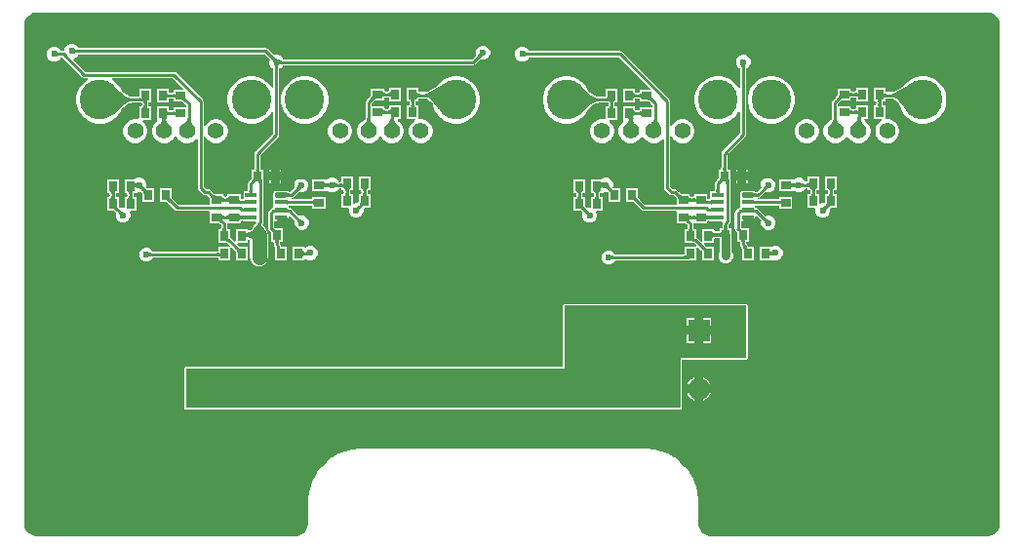
<source format=gbl>
G04*
G04 #@! TF.GenerationSoftware,Altium Limited,Altium Designer,21.7.2 (23)*
G04*
G04 Layer_Physical_Order=2*
G04 Layer_Color=16711680*
%FSLAX25Y25*%
%MOIN*%
G70*
G04*
G04 #@! TF.SameCoordinates,38115651-3DBD-42AD-B4A0-95CC447B3A10*
G04*
G04*
G04 #@! TF.FilePolarity,Positive*
G04*
G01*
G75*
%ADD12C,0.01000*%
%ADD34R,0.03000X0.03600*%
%ADD35R,0.03600X0.03000*%
%ADD46C,0.03000*%
%ADD47C,0.05000*%
%ADD48C,0.13583*%
%ADD49C,0.05591*%
%ADD50R,0.07480X0.07480*%
%ADD51C,0.07480*%
%ADD52C,0.02362*%
%ADD53C,0.23622*%
%ADD54R,0.04134X0.01772*%
G04:AMPARAMS|DCode=55|XSize=17.72mil|YSize=41.34mil|CornerRadius=4.43mil|HoleSize=0mil|Usage=FLASHONLY|Rotation=90.000|XOffset=0mil|YOffset=0mil|HoleType=Round|Shape=RoundedRectangle|*
%AMROUNDEDRECTD55*
21,1,0.01772,0.03248,0,0,90.0*
21,1,0.00886,0.04134,0,0,90.0*
1,1,0.00886,0.01624,0.00443*
1,1,0.00886,0.01624,-0.00443*
1,1,0.00886,-0.01624,-0.00443*
1,1,0.00886,-0.01624,0.00443*
%
%ADD55ROUNDEDRECTD55*%
G36*
X950224Y910036D02*
X950988Y909719D01*
X951676Y909260D01*
X952260Y908675D01*
X952719Y907988D01*
X953036Y907224D01*
X953197Y906413D01*
Y906000D01*
Y735500D01*
Y735087D01*
X953036Y734276D01*
X952719Y733512D01*
X952260Y732824D01*
X951676Y732240D01*
X950988Y731780D01*
X950224Y731464D01*
X949413Y731303D01*
X854087D01*
X853276Y731464D01*
X852512Y731780D01*
X851824Y732240D01*
X851240Y732825D01*
X850780Y733512D01*
X850464Y734276D01*
X850303Y735087D01*
Y742584D01*
X850300Y742597D01*
X850302Y742610D01*
X850264Y743782D01*
X850255Y743821D01*
X850258Y743860D01*
X849952Y746184D01*
X849935Y746234D01*
X849931Y746287D01*
X849325Y748551D01*
X849301Y748598D01*
X849291Y748650D01*
X848394Y750815D01*
X848365Y750859D01*
X848348Y750909D01*
X847176Y752939D01*
X847141Y752979D01*
X847118Y753026D01*
X845691Y754885D01*
X845651Y754920D01*
X845622Y754964D01*
X843964Y756622D01*
X843920Y756651D01*
X843886Y756691D01*
X842026Y758117D01*
X841979Y758141D01*
X841939Y758176D01*
X839909Y759348D01*
X839859Y759365D01*
X839815Y759394D01*
X837650Y760291D01*
X837598Y760301D01*
X837551Y760325D01*
X835287Y760931D01*
X835234Y760935D01*
X835184Y760952D01*
X832860Y761258D01*
X832821Y761255D01*
X832782Y761264D01*
X831610Y761302D01*
X831597Y761300D01*
X831584Y761303D01*
X735416D01*
X735403Y761300D01*
X735390Y761302D01*
X734218Y761264D01*
X734179Y761255D01*
X734140Y761258D01*
X731816Y760952D01*
X731766Y760935D01*
X731713Y760931D01*
X729449Y760325D01*
X729402Y760301D01*
X729350Y760291D01*
X727185Y759394D01*
X727141Y759365D01*
X727091Y759348D01*
X725061Y758176D01*
X725021Y758141D01*
X724974Y758117D01*
X723114Y756691D01*
X723080Y756651D01*
X723036Y756622D01*
X721378Y754964D01*
X721349Y754920D01*
X721309Y754885D01*
X719882Y753026D01*
X719859Y752979D01*
X719824Y752939D01*
X718652Y750909D01*
X718635Y750859D01*
X718606Y750815D01*
X717709Y748650D01*
X717699Y748598D01*
X717675Y748551D01*
X717069Y746287D01*
X717065Y746234D01*
X717048Y746184D01*
X716742Y743860D01*
X716745Y743821D01*
X716736Y743782D01*
X716698Y742610D01*
X716700Y742597D01*
X716697Y742584D01*
Y735087D01*
X716536Y734276D01*
X716220Y733512D01*
X715760Y732824D01*
X715175Y732240D01*
X714488Y731780D01*
X713724Y731464D01*
X712913Y731303D01*
X623598D01*
X622788Y731464D01*
X622024Y731780D01*
X621336Y732240D01*
X620752Y732825D01*
X620292Y733512D01*
X619976Y734276D01*
X619815Y735087D01*
Y735500D01*
Y906000D01*
Y906413D01*
X619976Y907224D01*
X620292Y907988D01*
X620752Y908675D01*
X621336Y909260D01*
X622024Y909719D01*
X622788Y910036D01*
X623598Y910197D01*
X949413D01*
X950224Y910036D01*
D02*
G37*
%LPC*%
G36*
X636493Y899480D02*
X635507D01*
X634595Y899103D01*
X633897Y898405D01*
X633520Y897493D01*
Y897275D01*
X633208Y897020D01*
X632262D01*
X632103Y897405D01*
X631405Y898103D01*
X630493Y898480D01*
X629507D01*
X628595Y898103D01*
X627897Y897405D01*
X627520Y896493D01*
Y895507D01*
X627897Y894595D01*
X628595Y893897D01*
X629507Y893520D01*
X630493D01*
X631405Y893897D01*
X632103Y894595D01*
X632262Y894980D01*
X632786D01*
X639523Y888244D01*
X639854Y888023D01*
X640244Y887945D01*
X641502D01*
X641654Y887445D01*
X640476Y886658D01*
X639350Y885532D01*
X638464Y884206D01*
X637854Y882734D01*
X637543Y881171D01*
Y879577D01*
X637854Y878014D01*
X638464Y876542D01*
X639350Y875217D01*
X640476Y874090D01*
X641802Y873204D01*
X643274Y872594D01*
X644837Y872283D01*
X646431D01*
X647994Y872594D01*
X649466Y873204D01*
X650791Y874090D01*
X651918Y875217D01*
X652804Y876542D01*
X653149Y877375D01*
X653784Y877921D01*
X654381Y878368D01*
X654927Y878731D01*
X655416Y879007D01*
X655843Y879194D01*
X656199Y879299D01*
X656540Y879336D01*
X656574Y879354D01*
X658460D01*
X658512Y879333D01*
X658518Y879335D01*
X658524Y879333D01*
X659034Y879344D01*
X659050Y879351D01*
X659067Y879346D01*
X659168Y879354D01*
X659887D01*
X659980Y878865D01*
Y878638D01*
X659959Y878590D01*
X659954Y878417D01*
X659943Y878284D01*
X659926Y878181D01*
X659906Y878109D01*
X659898Y878089D01*
X659895Y878087D01*
X659000D01*
Y874012D01*
X658603Y873707D01*
X658259Y873799D01*
X657181D01*
X656140Y873520D01*
X655206Y872981D01*
X654444Y872219D01*
X653905Y871285D01*
X653626Y870244D01*
Y869166D01*
X653905Y868124D01*
X654444Y867191D01*
X655206Y866428D01*
X656140Y865889D01*
X657181Y865610D01*
X658259D01*
X659301Y865889D01*
X660234Y866428D01*
X660997Y867191D01*
X661536Y868124D01*
X661815Y869166D01*
Y870244D01*
X661536Y871285D01*
X660997Y872219D01*
X660234Y872981D01*
X660194Y873004D01*
X660324Y873487D01*
X663000D01*
Y878087D01*
X662105D01*
X662102Y878089D01*
X662094Y878109D01*
X662075Y878181D01*
X662057Y878284D01*
X662046Y878417D01*
X662041Y878590D01*
X662020Y878638D01*
Y878937D01*
X662041Y878985D01*
X662046Y879161D01*
X662057Y879296D01*
X662075Y879402D01*
X662094Y879475D01*
X662099Y879487D01*
X663000D01*
Y884087D01*
X659000D01*
Y881474D01*
X658986Y881468D01*
X658912Y881449D01*
X658807Y881431D01*
X658673Y881420D01*
X658498Y881415D01*
X658450Y881394D01*
X656574D01*
X656540Y881412D01*
X656199Y881449D01*
X655843Y881554D01*
X655416Y881742D01*
X654927Y882017D01*
X654381Y882380D01*
X653788Y882825D01*
X653135Y883406D01*
X652804Y884206D01*
X651918Y885532D01*
X650791Y886658D01*
X649614Y887445D01*
X649766Y887945D01*
X670521D01*
X674217Y884249D01*
X674025Y883787D01*
X670700D01*
Y882887D01*
X670688Y882882D01*
X670614Y882862D01*
X670509Y882845D01*
X670374Y882833D01*
X670198Y882828D01*
X670150Y882807D01*
X669550D01*
X669502Y882828D01*
X669326Y882833D01*
X669191Y882845D01*
X669086Y882862D01*
X669012Y882882D01*
X669000Y882887D01*
Y884087D01*
X665000D01*
Y879487D01*
X669000D01*
Y880688D01*
X669012Y880693D01*
X669086Y880713D01*
X669191Y880730D01*
X669326Y880742D01*
X669502Y880746D01*
X669550Y880768D01*
X670150D01*
X670198Y880746D01*
X670374Y880742D01*
X670509Y880730D01*
X670614Y880713D01*
X670688Y880693D01*
X670700Y880688D01*
Y879787D01*
X673252D01*
X673289Y879765D01*
X673333Y879775D01*
X673374Y879758D01*
X673444Y879787D01*
X673709D01*
X673763Y879757D01*
X673885Y879672D01*
X674220Y879389D01*
X674412Y879203D01*
X674462Y879183D01*
X675068Y878578D01*
Y877787D01*
X670700D01*
Y876887D01*
X670688Y876882D01*
X670614Y876862D01*
X670509Y876845D01*
X670374Y876833D01*
X670198Y876828D01*
X670150Y876807D01*
X669550D01*
X669502Y876828D01*
X669326Y876833D01*
X669191Y876845D01*
X669086Y876862D01*
X669012Y876882D01*
X669000Y876887D01*
Y878087D01*
X665000D01*
Y873487D01*
X665000D01*
X665124Y873024D01*
X665049Y872981D01*
X664287Y872219D01*
X663748Y871285D01*
X663469Y870244D01*
Y869166D01*
X663748Y868124D01*
X664287Y867191D01*
X665049Y866428D01*
X665983Y865889D01*
X667024Y865610D01*
X668102D01*
X669143Y865889D01*
X670077Y866428D01*
X670839Y867191D01*
X671211Y867835D01*
X671789D01*
X672161Y867191D01*
X672923Y866428D01*
X673857Y865889D01*
X674898Y865610D01*
X675976D01*
X677017Y865889D01*
X677951Y866428D01*
X678512Y866989D01*
X679012Y866782D01*
Y850256D01*
X679089Y849866D01*
X679311Y849535D01*
X680795Y848051D01*
X681126Y847830D01*
X681516Y847752D01*
X682293D01*
X682591Y847455D01*
X682608Y847407D01*
X682962Y847026D01*
X683080Y846879D01*
X683169Y846751D01*
X683200Y846697D01*
Y846432D01*
X683171Y846361D01*
X683188Y846320D01*
X683177Y846277D01*
X683200Y846240D01*
Y844520D01*
X672410D01*
X670609Y846320D01*
X670592Y846368D01*
X670238Y846749D01*
X670120Y846896D01*
X670031Y847024D01*
X670000Y847078D01*
Y847343D01*
X670029Y847414D01*
X670012Y847455D01*
X670023Y847498D01*
X670000Y847535D01*
Y850087D01*
X666000D01*
Y845487D01*
X667952D01*
X667989Y845465D01*
X668033Y845475D01*
X668074Y845458D01*
X668144Y845487D01*
X668409D01*
X668463Y845457D01*
X668585Y845372D01*
X668920Y845089D01*
X669112Y844903D01*
X669162Y844883D01*
X671266Y842779D01*
X671597Y842558D01*
X671987Y842480D01*
X682780D01*
X683200Y842287D01*
Y838287D01*
X685771D01*
X685787Y838277D01*
X685831Y838287D01*
X685832D01*
X685874Y838270D01*
X685915Y838287D01*
X686216D01*
X686258Y838263D01*
X686381Y838176D01*
X686718Y837890D01*
X686912Y837703D01*
X686962Y837683D01*
X686980Y837665D01*
Y836638D01*
X686959Y836590D01*
X686954Y836414D01*
X686943Y836279D01*
X686925Y836173D01*
X686906Y836099D01*
X686901Y836087D01*
X686000D01*
Y831487D01*
X688902D01*
X689000Y831468D01*
X689178D01*
X690099Y830546D01*
X689851Y830087D01*
X689562Y830087D01*
X686000D01*
Y828599D01*
X685988Y828594D01*
X685914Y828575D01*
X685809Y828557D01*
X685674Y828546D01*
X685498Y828541D01*
X685450Y828520D01*
X663762D01*
X663603Y828905D01*
X662905Y829603D01*
X661993Y829980D01*
X661007D01*
X660095Y829603D01*
X659397Y828905D01*
X659020Y827993D01*
Y827007D01*
X659397Y826095D01*
X660095Y825397D01*
X661007Y825020D01*
X661993D01*
X662905Y825397D01*
X663603Y826095D01*
X663762Y826480D01*
X685450D01*
X685498Y826459D01*
X685674Y826454D01*
X685809Y826443D01*
X685914Y826425D01*
X685988Y826406D01*
X686000Y826401D01*
Y825487D01*
X690000D01*
Y829613D01*
X690000Y829938D01*
X690459Y830186D01*
X691391Y829255D01*
X691409Y829207D01*
X691765Y828823D01*
X691885Y828675D01*
X691975Y828546D01*
X692000Y828503D01*
Y828203D01*
X691983Y828161D01*
X692000Y828120D01*
Y828118D01*
X691990Y828075D01*
X692000Y828058D01*
Y825487D01*
X696000D01*
Y830087D01*
X694029D01*
X694012Y830098D01*
X693969Y830087D01*
X693968D01*
X693926Y830105D01*
X693885Y830087D01*
X693584D01*
X693542Y830112D01*
X693419Y830198D01*
X693082Y830484D01*
X692888Y830672D01*
X692838Y830692D01*
X692504Y831026D01*
X692695Y831487D01*
X696000D01*
Y832618D01*
X696500Y832857D01*
X696713Y832770D01*
X696974Y832642D01*
Y826500D01*
X697077Y825717D01*
X697379Y824987D01*
X697860Y824360D01*
X698487Y823880D01*
X699217Y823577D01*
X700000Y823474D01*
X700783Y823577D01*
X701513Y823880D01*
X702140Y824360D01*
X702621Y824987D01*
X702923Y825717D01*
X703026Y826500D01*
Y834287D01*
X702923Y835071D01*
X702621Y835800D01*
X702457Y836013D01*
X702432Y836114D01*
X702151Y836490D01*
X701490Y837429D01*
X701207Y837883D01*
X701181Y837931D01*
X701339Y838088D01*
X701560Y838419D01*
X701638Y838809D01*
Y846766D01*
X701560Y847156D01*
X701520Y847216D01*
Y851447D01*
X701541Y851499D01*
X701541Y851500D01*
X701541Y851501D01*
X701540Y852011D01*
X701539Y852014D01*
X701540Y852017D01*
X701534Y852467D01*
X701527Y852481D01*
X701532Y852496D01*
X701530Y852526D01*
X701520Y852548D01*
Y853287D01*
X701500Y853386D01*
Y856587D01*
X700605D01*
X700602Y856589D01*
X700594Y856609D01*
X700574Y856680D01*
X700557Y856784D01*
X700546Y856917D01*
X700541Y857090D01*
X700520Y857138D01*
Y861559D01*
X706678Y867718D01*
X706899Y868048D01*
X706976Y868439D01*
Y891007D01*
X707405Y891185D01*
X708103Y891882D01*
X708262Y892268D01*
X773287D01*
X773678Y892345D01*
X774008Y892566D01*
X775621Y894179D01*
X776007Y894020D01*
X776993D01*
X777905Y894397D01*
X778603Y895095D01*
X778980Y896007D01*
Y896993D01*
X778603Y897905D01*
X777905Y898603D01*
X776993Y898980D01*
X776007D01*
X775095Y898603D01*
X774397Y897905D01*
X774020Y896993D01*
Y896007D01*
X774179Y895621D01*
X772865Y894307D01*
X708262D01*
X708103Y894692D01*
X707405Y895390D01*
X706493Y895768D01*
X705507D01*
X705121Y895608D01*
X703008Y897721D01*
X702678Y897942D01*
X702287Y898020D01*
X638262D01*
X638103Y898405D01*
X637405Y899103D01*
X636493Y899480D01*
D02*
G37*
G36*
X908000Y884587D02*
X904000D01*
Y883387D01*
X903988Y883382D01*
X903914Y883362D01*
X903809Y883345D01*
X903674Y883333D01*
X903498Y883328D01*
X903450Y883307D01*
X902850D01*
X902802Y883328D01*
X902626Y883333D01*
X902491Y883345D01*
X902386Y883362D01*
X902312Y883382D01*
X902300Y883387D01*
Y884287D01*
X897700D01*
Y882335D01*
X897677Y882298D01*
X897688Y882255D01*
X897671Y882214D01*
X897700Y882143D01*
Y881878D01*
X897669Y881824D01*
X897584Y881702D01*
X897301Y881367D01*
X897116Y881175D01*
X897096Y881125D01*
X896192Y880221D01*
X895971Y879890D01*
X895893Y879500D01*
Y874179D01*
X895873Y874139D01*
X895861Y873974D01*
X895831Y873826D01*
X895777Y873656D01*
X895750Y873592D01*
X895483Y873520D01*
X894549Y872981D01*
X893787Y872219D01*
X893248Y871285D01*
X892968Y870244D01*
Y869166D01*
X893248Y868124D01*
X893787Y867191D01*
X894549Y866428D01*
X895483Y865889D01*
X896524Y865610D01*
X897602D01*
X898643Y865889D01*
X899577Y866428D01*
X900339Y867191D01*
X900711Y867835D01*
X901289D01*
X901661Y867191D01*
X902423Y866428D01*
X903357Y865889D01*
X904398Y865610D01*
X905476D01*
X906517Y865889D01*
X907451Y866428D01*
X908213Y867191D01*
X908753Y868124D01*
X909031Y869166D01*
Y870244D01*
X908753Y871285D01*
X908213Y872219D01*
X907451Y872981D01*
X906985Y873250D01*
X906834Y873915D01*
X906884Y873987D01*
X908000D01*
Y878587D01*
X904000D01*
Y877387D01*
X903988Y877382D01*
X903914Y877362D01*
X903809Y877345D01*
X903674Y877333D01*
X903498Y877328D01*
X903450Y877307D01*
X902850D01*
X902802Y877328D01*
X902626Y877333D01*
X902491Y877345D01*
X902386Y877362D01*
X902312Y877382D01*
X902300Y877387D01*
Y878287D01*
X897932D01*
Y879078D01*
X898532Y879678D01*
X898580Y879696D01*
X898962Y880050D01*
X899109Y880167D01*
X899237Y880257D01*
X899291Y880287D01*
X899556D01*
X899626Y880258D01*
X899667Y880275D01*
X899711Y880265D01*
X899747Y880287D01*
X902300D01*
Y881188D01*
X902312Y881193D01*
X902386Y881213D01*
X902491Y881230D01*
X902626Y881242D01*
X902802Y881246D01*
X902850Y881268D01*
X903450D01*
X903498Y881246D01*
X903674Y881242D01*
X903809Y881230D01*
X903914Y881213D01*
X903988Y881193D01*
X904000Y881188D01*
Y879987D01*
X908000D01*
Y884587D01*
D02*
G37*
G36*
X748500D02*
X744500D01*
Y883387D01*
X744488Y883382D01*
X744414Y883362D01*
X744309Y883345D01*
X744174Y883333D01*
X743998Y883328D01*
X743950Y883307D01*
X743350D01*
X743302Y883328D01*
X743126Y883333D01*
X742991Y883345D01*
X742886Y883362D01*
X742812Y883382D01*
X742800Y883387D01*
Y884287D01*
X738200D01*
Y882335D01*
X738177Y882298D01*
X738188Y882255D01*
X738171Y882214D01*
X738200Y882143D01*
Y881878D01*
X738169Y881824D01*
X738084Y881702D01*
X737801Y881367D01*
X737615Y881175D01*
X737596Y881125D01*
X736692Y880221D01*
X736471Y879890D01*
X736393Y879500D01*
Y874179D01*
X736373Y874139D01*
X736361Y873974D01*
X736331Y873826D01*
X736277Y873656D01*
X736250Y873592D01*
X735983Y873520D01*
X735049Y872981D01*
X734287Y872219D01*
X733747Y871285D01*
X733468Y870244D01*
Y869166D01*
X733747Y868124D01*
X734287Y867191D01*
X735049Y866428D01*
X735983Y865889D01*
X737024Y865610D01*
X738102D01*
X739143Y865889D01*
X740077Y866428D01*
X740839Y867191D01*
X741211Y867835D01*
X741789D01*
X742161Y867191D01*
X742923Y866428D01*
X743857Y865889D01*
X744898Y865610D01*
X745976D01*
X747017Y865889D01*
X747951Y866428D01*
X748713Y867191D01*
X749253Y868124D01*
X749532Y869166D01*
Y870244D01*
X749253Y871285D01*
X748713Y872219D01*
X747951Y872981D01*
X747485Y873250D01*
X747334Y873915D01*
X747385Y873987D01*
X748500D01*
Y878587D01*
X744500D01*
Y877387D01*
X744488Y877382D01*
X744414Y877362D01*
X744309Y877345D01*
X744174Y877333D01*
X743998Y877328D01*
X743950Y877307D01*
X743350D01*
X743302Y877328D01*
X743126Y877333D01*
X742991Y877345D01*
X742886Y877362D01*
X742812Y877382D01*
X742800Y877387D01*
Y878287D01*
X738432D01*
Y879078D01*
X739033Y879678D01*
X739080Y879696D01*
X739462Y880050D01*
X739609Y880167D01*
X739737Y880257D01*
X739791Y880287D01*
X740056D01*
X740126Y880258D01*
X740167Y880275D01*
X740211Y880265D01*
X740247Y880287D01*
X742800D01*
Y881188D01*
X742812Y881193D01*
X742886Y881213D01*
X742991Y881230D01*
X743126Y881242D01*
X743302Y881246D01*
X743350Y881268D01*
X743950D01*
X743998Y881246D01*
X744174Y881242D01*
X744309Y881230D01*
X744414Y881213D01*
X744488Y881193D01*
X744500Y881188D01*
Y879987D01*
X748500D01*
Y884587D01*
D02*
G37*
G36*
X927663Y888465D02*
X926069D01*
X924506Y888154D01*
X923034Y887544D01*
X921709Y886658D01*
X920582Y885532D01*
X920166Y884908D01*
X918350Y883881D01*
X917186Y883311D01*
X916772Y883144D01*
X916479Y883054D01*
X916262Y883023D01*
X916234Y883007D01*
X914550D01*
X914502Y883028D01*
X914326Y883033D01*
X914191Y883045D01*
X914086Y883062D01*
X914012Y883082D01*
X914000Y883087D01*
Y884587D01*
X910000D01*
Y879987D01*
X910895D01*
X910898Y879986D01*
X910906Y879966D01*
X910925Y879894D01*
X910943Y879791D01*
X910954Y879658D01*
X910959Y879485D01*
X910980Y879437D01*
Y879138D01*
X910959Y879090D01*
X910954Y878914D01*
X910943Y878779D01*
X910925Y878673D01*
X910906Y878599D01*
X910901Y878587D01*
X910000D01*
Y873987D01*
X912832D01*
X912882Y873915D01*
X912732Y873250D01*
X912265Y872981D01*
X911503Y872219D01*
X910964Y871285D01*
X910685Y870244D01*
Y869166D01*
X910964Y868124D01*
X911503Y867191D01*
X912265Y866428D01*
X913199Y865889D01*
X914240Y865610D01*
X915319D01*
X916360Y865889D01*
X917294Y866428D01*
X918056Y867191D01*
X918595Y868124D01*
X918874Y869166D01*
Y870244D01*
X918595Y871285D01*
X918056Y872219D01*
X917294Y872981D01*
X916360Y873520D01*
X915319Y873799D01*
X914422D01*
X914184Y873905D01*
X914000Y874252D01*
Y878587D01*
X913099D01*
X913094Y878599D01*
X913075Y878673D01*
X913057Y878779D01*
X913046Y878914D01*
X913041Y879090D01*
X913020Y879138D01*
Y879437D01*
X913041Y879485D01*
X913046Y879658D01*
X913057Y879791D01*
X913074Y879894D01*
X913094Y879966D01*
X913102Y879986D01*
X913105Y879987D01*
X914000D01*
Y880888D01*
X914012Y880893D01*
X914086Y880913D01*
X914191Y880930D01*
X914326Y880942D01*
X914502Y880946D01*
X914550Y880968D01*
X915955D01*
X915963Y880962D01*
X916002Y880968D01*
X916037Y880949D01*
X916434Y880908D01*
X916801Y880799D01*
X917196Y880605D01*
X917619Y880322D01*
X918066Y879945D01*
X918533Y879472D01*
X918876Y879071D01*
X919086Y878014D01*
X919696Y876542D01*
X920582Y875217D01*
X921709Y874090D01*
X923034Y873204D01*
X924506Y872594D01*
X926069Y872283D01*
X927663D01*
X929226Y872594D01*
X930698Y873204D01*
X932024Y874090D01*
X933150Y875217D01*
X934036Y876542D01*
X934646Y878014D01*
X934957Y879577D01*
Y881171D01*
X934646Y882734D01*
X934036Y884206D01*
X933150Y885532D01*
X932024Y886658D01*
X930698Y887544D01*
X929226Y888154D01*
X927663Y888465D01*
D02*
G37*
G36*
X768163D02*
X766569D01*
X765006Y888154D01*
X763534Y887544D01*
X762209Y886658D01*
X761082Y885532D01*
X760666Y884908D01*
X758850Y883881D01*
X757686Y883311D01*
X757272Y883144D01*
X756979Y883054D01*
X756762Y883023D01*
X756734Y883007D01*
X755050D01*
X755002Y883028D01*
X754826Y883033D01*
X754691Y883045D01*
X754586Y883062D01*
X754512Y883082D01*
X754500Y883087D01*
Y884587D01*
X750500D01*
Y879987D01*
X751395D01*
X751398Y879986D01*
X751406Y879966D01*
X751426Y879894D01*
X751443Y879791D01*
X751454Y879658D01*
X751459Y879485D01*
X751480Y879437D01*
Y879138D01*
X751459Y879090D01*
X751454Y878914D01*
X751443Y878779D01*
X751425Y878673D01*
X751406Y878599D01*
X751401Y878587D01*
X750500D01*
Y873987D01*
X753332D01*
X753382Y873915D01*
X753232Y873250D01*
X752766Y872981D01*
X752003Y872219D01*
X751464Y871285D01*
X751185Y870244D01*
Y869166D01*
X751464Y868124D01*
X752003Y867191D01*
X752766Y866428D01*
X753699Y865889D01*
X754740Y865610D01*
X755819D01*
X756860Y865889D01*
X757794Y866428D01*
X758556Y867191D01*
X759095Y868124D01*
X759374Y869166D01*
Y870244D01*
X759095Y871285D01*
X758556Y872219D01*
X757794Y872981D01*
X756860Y873520D01*
X755819Y873799D01*
X754922D01*
X754684Y873905D01*
X754500Y874252D01*
Y878587D01*
X753599D01*
X753594Y878599D01*
X753575Y878673D01*
X753557Y878779D01*
X753546Y878914D01*
X753541Y879090D01*
X753520Y879138D01*
Y879437D01*
X753541Y879485D01*
X753546Y879658D01*
X753557Y879791D01*
X753575Y879894D01*
X753594Y879966D01*
X753602Y879986D01*
X753605Y879987D01*
X754500D01*
Y880888D01*
X754512Y880893D01*
X754586Y880913D01*
X754691Y880930D01*
X754826Y880942D01*
X755002Y880946D01*
X755050Y880968D01*
X756455D01*
X756463Y880962D01*
X756502Y880968D01*
X756537Y880949D01*
X756934Y880908D01*
X757301Y880799D01*
X757696Y880605D01*
X758119Y880322D01*
X758566Y879945D01*
X759033Y879472D01*
X759376Y879071D01*
X759586Y878014D01*
X760196Y876542D01*
X761082Y875217D01*
X762209Y874090D01*
X763534Y873204D01*
X765006Y872594D01*
X766569Y872283D01*
X768163D01*
X769726Y872594D01*
X771198Y873204D01*
X772524Y874090D01*
X773651Y875217D01*
X774536Y876542D01*
X775146Y878014D01*
X775457Y879577D01*
Y881171D01*
X775146Y882734D01*
X774536Y884206D01*
X773651Y885532D01*
X772524Y886658D01*
X771198Y887544D01*
X769726Y888154D01*
X768163Y888465D01*
D02*
G37*
G36*
X790493Y898480D02*
X789507D01*
X788595Y898103D01*
X787897Y897405D01*
X787520Y896493D01*
Y895507D01*
X787897Y894595D01*
X788595Y893897D01*
X789507Y893520D01*
X790493D01*
X791405Y893897D01*
X792103Y894595D01*
X792262Y894980D01*
X822986D01*
X833717Y884249D01*
X833525Y883787D01*
X830200D01*
Y882887D01*
X830188Y882882D01*
X830114Y882862D01*
X830009Y882845D01*
X829874Y882833D01*
X829698Y882828D01*
X829650Y882807D01*
X829050D01*
X829002Y882828D01*
X828826Y882833D01*
X828691Y882845D01*
X828586Y882862D01*
X828512Y882882D01*
X828500Y882887D01*
Y884087D01*
X824500D01*
Y879487D01*
X828500D01*
Y880688D01*
X828512Y880693D01*
X828586Y880713D01*
X828691Y880730D01*
X828826Y880742D01*
X829002Y880746D01*
X829050Y880768D01*
X829650D01*
X829698Y880746D01*
X829874Y880742D01*
X830009Y880730D01*
X830114Y880713D01*
X830188Y880693D01*
X830200Y880688D01*
Y879787D01*
X832753D01*
X832789Y879765D01*
X832833Y879775D01*
X832874Y879758D01*
X832944Y879787D01*
X833209D01*
X833263Y879757D01*
X833385Y879672D01*
X833720Y879389D01*
X833912Y879203D01*
X833962Y879183D01*
X834568Y878578D01*
Y877787D01*
X830200D01*
Y876887D01*
X830188Y876882D01*
X830114Y876862D01*
X830009Y876845D01*
X829874Y876833D01*
X829698Y876828D01*
X829650Y876807D01*
X829050D01*
X829002Y876828D01*
X828826Y876833D01*
X828691Y876845D01*
X828586Y876862D01*
X828512Y876882D01*
X828500Y876887D01*
Y878087D01*
X824500D01*
Y873487D01*
X824500D01*
X824624Y873024D01*
X824549Y872981D01*
X823787Y872219D01*
X823248Y871285D01*
X822968Y870244D01*
Y869166D01*
X823248Y868124D01*
X823787Y867191D01*
X824549Y866428D01*
X825483Y865889D01*
X826524Y865610D01*
X827602D01*
X828643Y865889D01*
X829577Y866428D01*
X830339Y867191D01*
X830711Y867835D01*
X831289D01*
X831661Y867191D01*
X832423Y866428D01*
X833357Y865889D01*
X834398Y865610D01*
X835476D01*
X836517Y865889D01*
X837451Y866428D01*
X838012Y866989D01*
X838512Y866782D01*
Y850256D01*
X838589Y849866D01*
X838811Y849535D01*
X840295Y848051D01*
X840626Y847830D01*
X841016Y847752D01*
X841793D01*
X842091Y847455D01*
X842108Y847407D01*
X842462Y847026D01*
X842580Y846879D01*
X842669Y846751D01*
X842700Y846697D01*
Y846432D01*
X842671Y846361D01*
X842688Y846320D01*
X842677Y846277D01*
X842700Y846240D01*
Y844520D01*
X831910D01*
X830109Y846320D01*
X830092Y846368D01*
X829738Y846749D01*
X829620Y846896D01*
X829531Y847024D01*
X829500Y847078D01*
Y847343D01*
X829529Y847414D01*
X829512Y847455D01*
X829523Y847498D01*
X829500Y847535D01*
Y850087D01*
X825500D01*
Y845487D01*
X827452D01*
X827489Y845465D01*
X827533Y845475D01*
X827574Y845458D01*
X827644Y845487D01*
X827909D01*
X827963Y845457D01*
X828085Y845372D01*
X828420Y845089D01*
X828612Y844903D01*
X828662Y844883D01*
X830766Y842779D01*
X831097Y842558D01*
X831487Y842480D01*
X842280D01*
X842700Y842287D01*
Y838287D01*
X845271D01*
X845288Y838277D01*
X845331Y838287D01*
X845332D01*
X845374Y838270D01*
X845415Y838287D01*
X845716D01*
X845758Y838263D01*
X845881Y838176D01*
X846218Y837890D01*
X846412Y837703D01*
X846462Y837683D01*
X846480Y837665D01*
Y836638D01*
X846459Y836590D01*
X846454Y836414D01*
X846443Y836279D01*
X846425Y836173D01*
X846406Y836099D01*
X846401Y836087D01*
X845500D01*
Y831487D01*
X848402D01*
X848500Y831468D01*
X848678D01*
X849599Y830546D01*
X849351Y830087D01*
X849062Y830087D01*
X845500D01*
Y827600D01*
X845486Y827594D01*
X845412Y827575D01*
X845307Y827557D01*
X845173Y827546D01*
X844998Y827541D01*
X844950Y827520D01*
X821762D01*
X821603Y827905D01*
X820905Y828603D01*
X819993Y828980D01*
X819007D01*
X818095Y828603D01*
X817397Y827905D01*
X817020Y826993D01*
Y826007D01*
X817397Y825095D01*
X818095Y824397D01*
X819007Y824020D01*
X819993D01*
X820905Y824397D01*
X821603Y825095D01*
X821762Y825480D01*
X844958D01*
X845012Y825458D01*
X846012D01*
X846066Y825480D01*
X846500D01*
X846535Y825487D01*
X849500D01*
Y829613D01*
X849500Y829938D01*
X849959Y830186D01*
X850891Y829255D01*
X850909Y829207D01*
X851265Y828823D01*
X851385Y828675D01*
X851475Y828546D01*
X851500Y828503D01*
Y828203D01*
X851483Y828161D01*
X851500Y828120D01*
Y828118D01*
X851490Y828075D01*
X851500Y828058D01*
Y825487D01*
X855500D01*
Y830087D01*
X853529D01*
X853512Y830098D01*
X853469Y830087D01*
X853468D01*
X853426Y830105D01*
X853385Y830087D01*
X853084D01*
X853042Y830112D01*
X852919Y830198D01*
X852582Y830484D01*
X852388Y830672D01*
X852338Y830692D01*
X852004Y831026D01*
X852195Y831487D01*
X855500D01*
Y832823D01*
X855984Y833226D01*
X856086Y833224D01*
X856903Y833159D01*
X857230Y833113D01*
X857461Y833068D01*
Y828469D01*
X857397Y828405D01*
X857020Y827493D01*
Y826507D01*
X857397Y825595D01*
X858095Y824897D01*
X859007Y824520D01*
X859993D01*
X860905Y824897D01*
X861603Y825595D01*
X861980Y826507D01*
Y827493D01*
X861603Y828405D01*
X861539Y828469D01*
Y834287D01*
X861500Y834484D01*
Y836587D01*
X860665D01*
X860637Y836741D01*
X860547Y837793D01*
X860547Y837796D01*
X860839Y838088D01*
X861060Y838419D01*
X861138Y838809D01*
Y846766D01*
X861060Y847156D01*
X861020Y847216D01*
Y851447D01*
X861041Y851499D01*
X861041Y851500D01*
X861041Y851501D01*
X861040Y852011D01*
X861039Y852014D01*
X861040Y852017D01*
X861034Y852467D01*
X861027Y852481D01*
X861032Y852496D01*
X861030Y852526D01*
X861020Y852548D01*
Y853287D01*
X861000Y853386D01*
Y856587D01*
X860105D01*
X860102Y856589D01*
X860094Y856609D01*
X860075Y856680D01*
X860057Y856784D01*
X860046Y856917D01*
X860041Y857090D01*
X860020Y857138D01*
Y861559D01*
X866178Y867718D01*
X866399Y868048D01*
X866476Y868439D01*
Y891007D01*
X866905Y891185D01*
X867603Y891882D01*
X867980Y892794D01*
Y893781D01*
X867603Y894692D01*
X866905Y895390D01*
X865993Y895768D01*
X865007D01*
X864095Y895390D01*
X863397Y894692D01*
X863020Y893781D01*
Y892794D01*
X863397Y891882D01*
X864095Y891185D01*
X864437Y891043D01*
Y884506D01*
X863937Y884354D01*
X863151Y885532D01*
X862024Y886658D01*
X860699Y887544D01*
X859226Y888154D01*
X857663Y888465D01*
X856069D01*
X854506Y888154D01*
X853034Y887544D01*
X851709Y886658D01*
X850582Y885532D01*
X849696Y884206D01*
X849086Y882734D01*
X848776Y881171D01*
Y879577D01*
X849086Y878014D01*
X849696Y876542D01*
X850582Y875217D01*
X851709Y874090D01*
X853034Y873204D01*
X854506Y872594D01*
X856069Y872283D01*
X857663D01*
X859226Y872594D01*
X860699Y873204D01*
X862024Y874090D01*
X863151Y875217D01*
X863937Y876394D01*
X864437Y876242D01*
Y868861D01*
X858279Y862703D01*
X858058Y862372D01*
X857980Y861982D01*
Y857138D01*
X857959Y857090D01*
X857954Y856917D01*
X857943Y856784D01*
X857926Y856680D01*
X857906Y856609D01*
X857898Y856589D01*
X857895Y856587D01*
X857000D01*
Y854017D01*
X856990Y854000D01*
X857000Y853957D01*
Y853955D01*
X856983Y853914D01*
X857000Y853872D01*
Y853572D01*
X856975Y853529D01*
X856889Y853406D01*
X856603Y853069D01*
X856416Y852876D01*
X856396Y852825D01*
X856043Y852472D01*
X855822Y852141D01*
X855744Y851751D01*
Y849841D01*
X855723Y849793D01*
X855718Y849617D01*
X855706Y849483D01*
X855689Y849377D01*
X855669Y849303D01*
X855665Y849291D01*
X854197D01*
Y846620D01*
X853745Y846411D01*
X853300Y846606D01*
Y848287D01*
X848700D01*
Y847387D01*
X848688Y847382D01*
X848614Y847362D01*
X848509Y847345D01*
X848374Y847333D01*
X848198Y847328D01*
X848150Y847307D01*
X847850D01*
X847802Y847328D01*
X847626Y847333D01*
X847491Y847345D01*
X847386Y847362D01*
X847312Y847382D01*
X847300Y847387D01*
Y848287D01*
X844748D01*
X844711Y848310D01*
X844667Y848300D01*
X844626Y848317D01*
X844556Y848287D01*
X844291D01*
X844237Y848318D01*
X844115Y848403D01*
X843780Y848686D01*
X843588Y848872D01*
X843538Y848892D01*
X842937Y849493D01*
X842606Y849714D01*
X842216Y849791D01*
X841438D01*
X840551Y850678D01*
Y867840D01*
X841051Y867974D01*
X841503Y867191D01*
X842266Y866428D01*
X843199Y865889D01*
X844240Y865610D01*
X845319D01*
X846360Y865889D01*
X847294Y866428D01*
X848056Y867191D01*
X848595Y868124D01*
X848874Y869166D01*
Y870244D01*
X848595Y871285D01*
X848056Y872219D01*
X847294Y872981D01*
X846360Y873520D01*
X845319Y873799D01*
X844240D01*
X843199Y873520D01*
X842266Y872981D01*
X841503Y872219D01*
X841051Y871436D01*
X840551Y871570D01*
Y879877D01*
X840473Y880267D01*
X840252Y880597D01*
X824129Y896721D01*
X823798Y896942D01*
X823408Y897020D01*
X792262D01*
X792103Y897405D01*
X791405Y898103D01*
X790493Y898480D01*
D02*
G37*
G36*
X805931Y888465D02*
X804337D01*
X802774Y888154D01*
X801302Y887544D01*
X799976Y886658D01*
X798849Y885532D01*
X797964Y884206D01*
X797354Y882734D01*
X797043Y881171D01*
Y879577D01*
X797354Y878014D01*
X797964Y876542D01*
X798849Y875217D01*
X799976Y874090D01*
X801302Y873204D01*
X802774Y872594D01*
X804337Y872283D01*
X805931D01*
X807494Y872594D01*
X808966Y873204D01*
X810291Y874090D01*
X811418Y875217D01*
X812304Y876542D01*
X812649Y877375D01*
X813284Y877921D01*
X813881Y878368D01*
X814427Y878731D01*
X814916Y879007D01*
X815343Y879194D01*
X815699Y879299D01*
X816040Y879336D01*
X816074Y879354D01*
X817960D01*
X818012Y879333D01*
X818018Y879335D01*
X818024Y879333D01*
X818534Y879344D01*
X818550Y879351D01*
X818567Y879346D01*
X818668Y879354D01*
X819387D01*
X819480Y878865D01*
Y878638D01*
X819459Y878590D01*
X819454Y878417D01*
X819443Y878284D01*
X819425Y878181D01*
X819406Y878109D01*
X819398Y878089D01*
X819395Y878087D01*
X818500D01*
Y874012D01*
X818103Y873707D01*
X817760Y873799D01*
X816681D01*
X815640Y873520D01*
X814706Y872981D01*
X813944Y872219D01*
X813405Y871285D01*
X813126Y870244D01*
Y869166D01*
X813405Y868124D01*
X813944Y867191D01*
X814706Y866428D01*
X815640Y865889D01*
X816681Y865610D01*
X817760D01*
X818801Y865889D01*
X819734Y866428D01*
X820497Y867191D01*
X821036Y868124D01*
X821315Y869166D01*
Y870244D01*
X821036Y871285D01*
X820497Y872219D01*
X819734Y872981D01*
X819694Y873004D01*
X819824Y873487D01*
X822500D01*
Y878087D01*
X821605D01*
X821602Y878089D01*
X821594Y878109D01*
X821574Y878181D01*
X821557Y878284D01*
X821546Y878417D01*
X821541Y878590D01*
X821520Y878638D01*
Y878937D01*
X821541Y878985D01*
X821546Y879161D01*
X821557Y879296D01*
X821575Y879402D01*
X821594Y879475D01*
X821599Y879487D01*
X822500D01*
Y884087D01*
X818500D01*
Y881474D01*
X818486Y881468D01*
X818412Y881449D01*
X818307Y881431D01*
X818173Y881420D01*
X817998Y881415D01*
X817950Y881394D01*
X816074D01*
X816040Y881412D01*
X815699Y881449D01*
X815343Y881554D01*
X814916Y881742D01*
X814427Y882017D01*
X813881Y882380D01*
X813288Y882825D01*
X812635Y883406D01*
X812304Y884206D01*
X811418Y885532D01*
X810291Y886658D01*
X808966Y887544D01*
X807494Y888154D01*
X805931Y888465D01*
D02*
G37*
G36*
X875931D02*
X874337D01*
X872774Y888154D01*
X871301Y887544D01*
X869976Y886658D01*
X868849Y885532D01*
X867964Y884206D01*
X867354Y882734D01*
X867043Y881171D01*
Y879577D01*
X867354Y878014D01*
X867964Y876542D01*
X868849Y875217D01*
X869976Y874090D01*
X871301Y873204D01*
X872774Y872594D01*
X874337Y872283D01*
X875931D01*
X877494Y872594D01*
X878966Y873204D01*
X880291Y874090D01*
X881418Y875217D01*
X882304Y876542D01*
X882913Y878014D01*
X883224Y879577D01*
Y881171D01*
X882913Y882734D01*
X882304Y884206D01*
X881418Y885532D01*
X880291Y886658D01*
X878966Y887544D01*
X877494Y888154D01*
X875931Y888465D01*
D02*
G37*
G36*
X716431D02*
X714837D01*
X713274Y888154D01*
X711802Y887544D01*
X710476Y886658D01*
X709349Y885532D01*
X708464Y884206D01*
X707854Y882734D01*
X707543Y881171D01*
Y879577D01*
X707854Y878014D01*
X708464Y876542D01*
X709349Y875217D01*
X710476Y874090D01*
X711802Y873204D01*
X713274Y872594D01*
X714837Y872283D01*
X716431D01*
X717994Y872594D01*
X719466Y873204D01*
X720791Y874090D01*
X721918Y875217D01*
X722804Y876542D01*
X723414Y878014D01*
X723724Y879577D01*
Y881171D01*
X723414Y882734D01*
X722804Y884206D01*
X721918Y885532D01*
X720791Y886658D01*
X719466Y887544D01*
X717994Y888154D01*
X716431Y888465D01*
D02*
G37*
G36*
X887759Y873799D02*
X886681D01*
X885640Y873520D01*
X884706Y872981D01*
X883944Y872219D01*
X883405Y871285D01*
X883126Y870244D01*
Y869166D01*
X883405Y868124D01*
X883944Y867191D01*
X884706Y866428D01*
X885640Y865889D01*
X886681Y865610D01*
X887759D01*
X888801Y865889D01*
X889734Y866428D01*
X890497Y867191D01*
X891036Y868124D01*
X891315Y869166D01*
Y870244D01*
X891036Y871285D01*
X890497Y872219D01*
X889734Y872981D01*
X888801Y873520D01*
X887759Y873799D01*
D02*
G37*
G36*
X728260D02*
X727181D01*
X726140Y873520D01*
X725206Y872981D01*
X724444Y872219D01*
X723905Y871285D01*
X723626Y870244D01*
Y869166D01*
X723905Y868124D01*
X724444Y867191D01*
X725206Y866428D01*
X726140Y865889D01*
X727181Y865610D01*
X728260D01*
X729301Y865889D01*
X730234Y866428D01*
X730997Y867191D01*
X731536Y868124D01*
X731815Y869166D01*
Y870244D01*
X731536Y871285D01*
X730997Y872219D01*
X730234Y872981D01*
X729301Y873520D01*
X728260Y873799D01*
D02*
G37*
G36*
X867000Y856587D02*
X866500D01*
Y855787D01*
X867000D01*
Y856587D01*
D02*
G37*
G36*
X707500D02*
X707000D01*
Y855787D01*
X707500D01*
Y856587D01*
D02*
G37*
G36*
X863500D02*
X863000D01*
Y855787D01*
X863500D01*
Y856587D01*
D02*
G37*
G36*
X704000D02*
X703500D01*
Y855787D01*
X704000D01*
Y856587D01*
D02*
G37*
G36*
X867000Y852787D02*
X866500D01*
Y851987D01*
X867000D01*
Y852787D01*
D02*
G37*
G36*
X863500D02*
X863000D01*
Y851987D01*
X863500D01*
Y852787D01*
D02*
G37*
G36*
X707500D02*
X707000D01*
Y851987D01*
X707500D01*
Y852787D01*
D02*
G37*
G36*
X704000D02*
X703500D01*
Y851987D01*
X704000D01*
Y852787D01*
D02*
G37*
G36*
X874479Y853782D02*
X873493D01*
X872581Y853404D01*
X871883Y852707D01*
X871506Y851795D01*
Y850808D01*
X871665Y850423D01*
X870168Y848925D01*
X870113D01*
X870065Y848947D01*
X869933Y848950D01*
X869820Y848958D01*
X869712Y848972D01*
X869610Y848991D01*
X869513Y849014D01*
X869421Y849043D01*
X869333Y849076D01*
X869249Y849114D01*
X869170Y849157D01*
X869078Y849214D01*
X869009Y849225D01*
X868992Y849237D01*
X868881Y849259D01*
X868792Y849296D01*
X868761Y849283D01*
X868624Y849310D01*
X865376D01*
X865008Y849237D01*
X864696Y849028D01*
X864488Y848716D01*
X864415Y848348D01*
Y847463D01*
X864460Y847232D01*
X864433Y846732D01*
X864433Y846732D01*
X864433Y846732D01*
Y843443D01*
X864398Y843443D01*
X864297Y843401D01*
X864010Y843344D01*
X863679Y843122D01*
X862925Y842368D01*
X862704Y842038D01*
X862626Y841647D01*
Y836442D01*
X862704Y836051D01*
X862885Y835780D01*
X862919Y835696D01*
X863500Y835106D01*
Y831987D01*
X864401D01*
X864406Y831975D01*
X864425Y831902D01*
X864443Y831796D01*
X864454Y831661D01*
X864459Y831485D01*
X864480Y831437D01*
Y830987D01*
X864558Y830597D01*
X864779Y830266D01*
X864960Y830085D01*
X864961Y829902D01*
X864963Y829897D01*
X864961Y829893D01*
X864967Y829601D01*
X864973Y829587D01*
X864968Y829572D01*
X864970Y829544D01*
X864980Y829524D01*
Y828787D01*
X865000Y828689D01*
Y825487D01*
X869000D01*
Y830087D01*
X867078D01*
X867069Y830127D01*
X867054Y830221D01*
X867045Y830342D01*
X867041Y830500D01*
X866997Y830599D01*
X866942Y830878D01*
X866721Y831208D01*
X866520Y831410D01*
Y831437D01*
X866541Y831485D01*
X866546Y831661D01*
X866557Y831796D01*
X866575Y831902D01*
X866594Y831975D01*
X866599Y831987D01*
X867500D01*
Y836587D01*
X864993D01*
X864665Y836904D01*
Y838842D01*
X865500D01*
Y840228D01*
X868500D01*
Y840214D01*
X869055Y840769D01*
X868998Y840691D01*
X868970Y840599D01*
Y840493D01*
X868998Y840373D01*
X869055Y840238D01*
X869140Y840090D01*
X869253Y839927D01*
X869394Y839750D01*
X869567Y839565D01*
Y840625D01*
X870029Y840817D01*
X871679Y839166D01*
X871520Y838781D01*
Y837794D01*
X871897Y836882D01*
X872595Y836185D01*
X873507Y835807D01*
X874493D01*
X875405Y836185D01*
X876103Y836882D01*
X876480Y837794D01*
Y838781D01*
X876103Y839692D01*
X875405Y840390D01*
X874493Y840768D01*
X873507D01*
X873121Y840608D01*
X870607Y843122D01*
X870276Y843344D01*
X869996Y843399D01*
X869897Y843443D01*
X869753Y843446D01*
X869641Y843454D01*
X869567Y843463D01*
Y844265D01*
X869624Y844277D01*
X869895Y844302D01*
X870066Y844305D01*
X870115Y844327D01*
X877150D01*
X877198Y844305D01*
X877371Y844301D01*
X877504Y844289D01*
X877607Y844272D01*
X877678Y844253D01*
X877698Y844245D01*
X877700Y844242D01*
Y843287D01*
X882300D01*
Y847287D01*
X877700D01*
Y846451D01*
X877698Y846448D01*
X877678Y846440D01*
X877607Y846421D01*
X877504Y846404D01*
X877371Y846392D01*
X877198Y846387D01*
X877150Y846366D01*
X870740D01*
X870536Y846866D01*
X870556Y846886D01*
X870590D01*
X870980Y846964D01*
X871311Y847184D01*
X873107Y848981D01*
X873493Y848821D01*
X874479D01*
X875391Y849199D01*
X876089Y849897D01*
X876466Y850808D01*
Y851795D01*
X876089Y852707D01*
X875391Y853404D01*
X874479Y853782D01*
D02*
G37*
G36*
X714979D02*
X713993D01*
X713081Y853404D01*
X712383Y852707D01*
X712006Y851795D01*
Y850808D01*
X712165Y850423D01*
X710668Y848925D01*
X710613D01*
X710565Y848947D01*
X710433Y848950D01*
X710320Y848958D01*
X710212Y848972D01*
X710110Y848991D01*
X710013Y849014D01*
X709921Y849043D01*
X709833Y849076D01*
X709749Y849114D01*
X709669Y849157D01*
X709578Y849214D01*
X709509Y849225D01*
X709492Y849237D01*
X709381Y849259D01*
X709292Y849296D01*
X709261Y849283D01*
X709124Y849310D01*
X705876D01*
X705508Y849237D01*
X705196Y849028D01*
X704988Y848716D01*
X704915Y848348D01*
Y847463D01*
X704960Y847232D01*
X704933Y846732D01*
X704933Y846732D01*
X704933Y846732D01*
Y843443D01*
X704897Y843443D01*
X704797Y843401D01*
X704510Y843344D01*
X704179Y843122D01*
X703425Y842368D01*
X703204Y842038D01*
X703126Y841647D01*
Y836442D01*
X703204Y836051D01*
X703385Y835780D01*
X703419Y835696D01*
X704000Y835106D01*
Y831987D01*
X704901D01*
X704906Y831975D01*
X704925Y831902D01*
X704943Y831796D01*
X704954Y831661D01*
X704959Y831485D01*
X704980Y831437D01*
Y830987D01*
X705058Y830597D01*
X705279Y830266D01*
X705460Y830085D01*
X705461Y829902D01*
X705463Y829897D01*
X705461Y829893D01*
X705467Y829601D01*
X705473Y829587D01*
X705468Y829572D01*
X705470Y829544D01*
X705480Y829524D01*
Y828787D01*
X705500Y828689D01*
Y825487D01*
X709500D01*
Y830087D01*
X707578D01*
X707569Y830127D01*
X707554Y830221D01*
X707545Y830342D01*
X707541Y830500D01*
X707497Y830599D01*
X707442Y830878D01*
X707221Y831208D01*
X707020Y831410D01*
Y831437D01*
X707041Y831485D01*
X707046Y831661D01*
X707057Y831796D01*
X707075Y831902D01*
X707094Y831975D01*
X707099Y831987D01*
X708000D01*
Y836587D01*
X705493D01*
X705165Y836904D01*
Y838842D01*
X706000D01*
Y840228D01*
X709000D01*
Y840214D01*
X709555Y840769D01*
X709498Y840691D01*
X709470Y840599D01*
Y840493D01*
X709498Y840373D01*
X709555Y840238D01*
X709640Y840090D01*
X709753Y839927D01*
X709894Y839750D01*
X710067Y839565D01*
Y840625D01*
X710529Y840817D01*
X712179Y839166D01*
X712020Y838781D01*
Y837794D01*
X712397Y836882D01*
X713095Y836185D01*
X714007Y835807D01*
X714993D01*
X715905Y836185D01*
X716603Y836882D01*
X716980Y837794D01*
Y838781D01*
X716603Y839692D01*
X715905Y840390D01*
X714993Y840768D01*
X714007D01*
X713621Y840608D01*
X711107Y843122D01*
X710776Y843344D01*
X710496Y843399D01*
X710397Y843443D01*
X710253Y843446D01*
X710141Y843454D01*
X710067Y843463D01*
Y844265D01*
X710124Y844277D01*
X710395Y844302D01*
X710566Y844305D01*
X710615Y844327D01*
X717650D01*
X717698Y844305D01*
X717871Y844301D01*
X718004Y844289D01*
X718107Y844272D01*
X718179Y844253D01*
X718198Y844245D01*
X718200Y844242D01*
Y843287D01*
X722800D01*
Y847287D01*
X718200D01*
Y846451D01*
X718198Y846448D01*
X718179Y846440D01*
X718107Y846421D01*
X718004Y846404D01*
X717871Y846392D01*
X717698Y846387D01*
X717650Y846366D01*
X711240D01*
X711036Y846866D01*
X711056Y846886D01*
X711090D01*
X711480Y846964D01*
X711811Y847184D01*
X713607Y848981D01*
X713993Y848821D01*
X714979D01*
X715891Y849199D01*
X716589Y849897D01*
X716966Y850808D01*
Y851795D01*
X716589Y852707D01*
X715891Y853404D01*
X714979Y853782D01*
D02*
G37*
G36*
X897500Y854087D02*
X893500D01*
Y849487D01*
X894395D01*
X894398Y849486D01*
X894406Y849466D01*
X894425Y849394D01*
X894443Y849291D01*
X894454Y849158D01*
X894459Y848985D01*
X894480Y848937D01*
Y848638D01*
X894459Y848590D01*
X894454Y848414D01*
X894443Y848279D01*
X894425Y848173D01*
X894406Y848099D01*
X894401Y848087D01*
X893500D01*
Y845535D01*
X893477Y845498D01*
X893395Y845382D01*
X893328Y845299D01*
X893085Y845105D01*
X892210D01*
X891916Y844983D01*
X891500Y845261D01*
Y848087D01*
X890599D01*
X890594Y848099D01*
X890575Y848173D01*
X890557Y848279D01*
X890546Y848414D01*
X890541Y848590D01*
X890520Y848638D01*
Y848937D01*
X890541Y848985D01*
X890546Y849158D01*
X890557Y849291D01*
X890574Y849394D01*
X890594Y849466D01*
X890602Y849486D01*
X890605Y849487D01*
X891500D01*
Y854087D01*
X887500D01*
Y852387D01*
X887488Y852382D01*
X887414Y852362D01*
X887309Y852345D01*
X887174Y852333D01*
X886998Y852328D01*
X886626Y852637D01*
X886603Y852692D01*
X885905Y853390D01*
X884993Y853768D01*
X884007D01*
X883095Y853390D01*
X882800Y853095D01*
X882300Y853287D01*
Y853287D01*
X877700D01*
Y849287D01*
X882300D01*
Y849287D01*
X882800Y849480D01*
X883095Y849185D01*
X884007Y848807D01*
X884993D01*
X885905Y849185D01*
X886603Y849882D01*
X886626Y849938D01*
X886998Y850246D01*
X887174Y850242D01*
X887309Y850230D01*
X887414Y850213D01*
X887488Y850193D01*
X887500Y850188D01*
Y849487D01*
X888395D01*
X888398Y849486D01*
X888406Y849466D01*
X888426Y849394D01*
X888443Y849291D01*
X888454Y849158D01*
X888459Y848985D01*
X888480Y848937D01*
Y848638D01*
X888459Y848590D01*
X888454Y848414D01*
X888443Y848279D01*
X888425Y848173D01*
X888406Y848099D01*
X888401Y848087D01*
X887500D01*
Y843487D01*
X889976D01*
X890223Y843118D01*
Y842132D01*
X890600Y841220D01*
X891298Y840522D01*
X892210Y840145D01*
X893196D01*
X894108Y840522D01*
X894806Y841220D01*
X895183Y842132D01*
Y843017D01*
X895310Y843248D01*
X895511Y843465D01*
X895547Y843487D01*
X897500D01*
Y848087D01*
X896599D01*
X896594Y848099D01*
X896575Y848173D01*
X896557Y848279D01*
X896546Y848414D01*
X896541Y848590D01*
X896520Y848638D01*
Y848937D01*
X896541Y848985D01*
X896546Y849158D01*
X896557Y849291D01*
X896574Y849394D01*
X896594Y849466D01*
X896602Y849486D01*
X896605Y849487D01*
X897500D01*
Y854087D01*
D02*
G37*
G36*
X738000D02*
X734000D01*
Y849487D01*
X734895D01*
X734898Y849486D01*
X734906Y849466D01*
X734926Y849394D01*
X734943Y849291D01*
X734954Y849158D01*
X734959Y848985D01*
X734980Y848937D01*
Y848638D01*
X734959Y848590D01*
X734954Y848414D01*
X734943Y848279D01*
X734925Y848173D01*
X734906Y848099D01*
X734901Y848087D01*
X734000D01*
Y845535D01*
X733977Y845498D01*
X733895Y845382D01*
X733827Y845299D01*
X733585Y845105D01*
X732710D01*
X732416Y844983D01*
X732000Y845261D01*
Y848087D01*
X731099D01*
X731094Y848099D01*
X731075Y848173D01*
X731057Y848279D01*
X731046Y848414D01*
X731041Y848590D01*
X731020Y848638D01*
Y848937D01*
X731041Y848985D01*
X731046Y849158D01*
X731057Y849291D01*
X731074Y849394D01*
X731094Y849466D01*
X731102Y849486D01*
X731105Y849487D01*
X732000D01*
Y854087D01*
X728000D01*
Y852387D01*
X727988Y852382D01*
X727914Y852362D01*
X727809Y852345D01*
X727674Y852333D01*
X727498Y852328D01*
X727126Y852637D01*
X727103Y852692D01*
X726405Y853390D01*
X725493Y853768D01*
X724507D01*
X723595Y853390D01*
X723300Y853095D01*
X722800Y853287D01*
Y853287D01*
X718200D01*
Y849287D01*
X722800D01*
Y849287D01*
X723300Y849480D01*
X723595Y849185D01*
X724507Y848807D01*
X725493D01*
X726405Y849185D01*
X727103Y849882D01*
X727126Y849938D01*
X727498Y850246D01*
X727674Y850242D01*
X727809Y850230D01*
X727914Y850213D01*
X727988Y850193D01*
X728000Y850188D01*
Y849487D01*
X728895D01*
X728898Y849486D01*
X728906Y849466D01*
X728926Y849394D01*
X728943Y849291D01*
X728954Y849158D01*
X728959Y848985D01*
X728980Y848937D01*
Y848638D01*
X728959Y848590D01*
X728954Y848414D01*
X728943Y848279D01*
X728925Y848173D01*
X728906Y848099D01*
X728901Y848087D01*
X728000D01*
Y843487D01*
X730476D01*
X730723Y843118D01*
Y842132D01*
X731101Y841220D01*
X731798Y840522D01*
X732710Y840145D01*
X733697D01*
X734608Y840522D01*
X735306Y841220D01*
X735683Y842132D01*
Y843017D01*
X735810Y843248D01*
X736011Y843465D01*
X736048Y843487D01*
X738000D01*
Y848087D01*
X737099D01*
X737094Y848099D01*
X737075Y848173D01*
X737057Y848279D01*
X737046Y848414D01*
X737041Y848590D01*
X737020Y848638D01*
Y848937D01*
X737041Y848985D01*
X737046Y849158D01*
X737057Y849291D01*
X737075Y849394D01*
X737094Y849466D01*
X737102Y849486D01*
X737105Y849487D01*
X738000D01*
Y854087D01*
D02*
G37*
G36*
X818993Y853768D02*
X818007D01*
X817095Y853390D01*
X816792Y853087D01*
X813500D01*
Y848487D01*
X814401D01*
X814406Y848475D01*
X814425Y848402D01*
X814443Y848296D01*
X814454Y848161D01*
X814459Y847985D01*
X814480Y847937D01*
Y847638D01*
X814459Y847590D01*
X814454Y847416D01*
X814443Y847284D01*
X814425Y847180D01*
X814406Y847109D01*
X814398Y847089D01*
X814395Y847087D01*
X813500D01*
Y843472D01*
X813493Y843468D01*
X812507D01*
X812091Y843368D01*
X811735Y843752D01*
X811615Y843900D01*
X811525Y844029D01*
X811500Y844072D01*
Y844372D01*
X811517Y844414D01*
X811500Y844455D01*
Y844456D01*
X811510Y844500D01*
X811500Y844517D01*
Y847087D01*
X810605D01*
X810602Y847089D01*
X810594Y847109D01*
X810575Y847180D01*
X810557Y847284D01*
X810546Y847416D01*
X810541Y847590D01*
X810520Y847638D01*
Y847937D01*
X810541Y847985D01*
X810546Y848161D01*
X810557Y848296D01*
X810575Y848402D01*
X810594Y848475D01*
X810599Y848487D01*
X811500D01*
Y853087D01*
X807500D01*
Y848487D01*
X808401D01*
X808406Y848475D01*
X808425Y848402D01*
X808443Y848296D01*
X808454Y848161D01*
X808459Y847985D01*
X808480Y847937D01*
Y847638D01*
X808459Y847590D01*
X808454Y847416D01*
X808443Y847284D01*
X808426Y847180D01*
X808406Y847109D01*
X808398Y847089D01*
X808395Y847087D01*
X807500D01*
Y842487D01*
X809471D01*
X809488Y842477D01*
X809531Y842487D01*
X809532D01*
X809574Y842470D01*
X809615Y842487D01*
X809916D01*
X809958Y842463D01*
X810081Y842376D01*
X810418Y842090D01*
X810612Y841903D01*
X810520Y841481D01*
Y840494D01*
X810897Y839582D01*
X811595Y838885D01*
X812507Y838507D01*
X813493D01*
X814405Y838885D01*
X815103Y839582D01*
X815480Y840494D01*
Y841481D01*
X815270Y841987D01*
X815604Y842487D01*
X817500D01*
Y847087D01*
X816605D01*
X816602Y847089D01*
X816594Y847109D01*
X816574Y847180D01*
X816557Y847284D01*
X816546Y847416D01*
X816541Y847590D01*
X816520Y847638D01*
Y847937D01*
X816541Y847985D01*
X816546Y848161D01*
X816557Y848296D01*
X816575Y848402D01*
X816594Y848475D01*
X816599Y848487D01*
X817500D01*
Y848567D01*
X817916Y848845D01*
X818007Y848807D01*
X818993D01*
X819201Y848893D01*
X819265Y848823D01*
X819385Y848675D01*
X819475Y848546D01*
X819500Y848503D01*
Y848203D01*
X819483Y848161D01*
X819500Y848120D01*
Y848118D01*
X819490Y848075D01*
X819500Y848058D01*
Y845487D01*
X823500D01*
Y850087D01*
X821529D01*
X821513Y850098D01*
X821469Y850087D01*
X821468D01*
X821426Y850105D01*
X821385Y850087D01*
X821208D01*
X820856Y850493D01*
X820980Y850794D01*
Y851781D01*
X820603Y852692D01*
X819905Y853390D01*
X818993Y853768D01*
D02*
G37*
G36*
X659493D02*
X658507D01*
X657595Y853390D01*
X657292Y853087D01*
X654000D01*
Y848487D01*
X654901D01*
X654906Y848475D01*
X654925Y848402D01*
X654943Y848296D01*
X654954Y848161D01*
X654959Y847985D01*
X654980Y847937D01*
Y847638D01*
X654959Y847590D01*
X654954Y847416D01*
X654943Y847284D01*
X654925Y847180D01*
X654906Y847109D01*
X654898Y847089D01*
X654895Y847087D01*
X654000D01*
Y843472D01*
X653993Y843468D01*
X653007D01*
X652591Y843368D01*
X652235Y843752D01*
X652115Y843900D01*
X652025Y844029D01*
X652000Y844072D01*
Y844372D01*
X652017Y844414D01*
X652000Y844455D01*
Y844456D01*
X652010Y844500D01*
X652000Y844517D01*
Y847087D01*
X651105D01*
X651102Y847089D01*
X651094Y847109D01*
X651075Y847180D01*
X651057Y847284D01*
X651046Y847416D01*
X651041Y847590D01*
X651020Y847638D01*
Y847937D01*
X651041Y847985D01*
X651046Y848161D01*
X651057Y848296D01*
X651075Y848402D01*
X651094Y848475D01*
X651099Y848487D01*
X652000D01*
Y853087D01*
X648000D01*
Y848487D01*
X648901D01*
X648906Y848475D01*
X648925Y848402D01*
X648943Y848296D01*
X648954Y848161D01*
X648959Y847985D01*
X648980Y847937D01*
Y847638D01*
X648959Y847590D01*
X648954Y847416D01*
X648943Y847284D01*
X648925Y847180D01*
X648906Y847109D01*
X648898Y847089D01*
X648895Y847087D01*
X648000D01*
Y842487D01*
X649971D01*
X649988Y842477D01*
X650031Y842487D01*
X650032D01*
X650074Y842470D01*
X650115Y842487D01*
X650416D01*
X650458Y842463D01*
X650582Y842376D01*
X650918Y842090D01*
X651112Y841903D01*
X651020Y841481D01*
Y840494D01*
X651397Y839582D01*
X652095Y838885D01*
X653007Y838507D01*
X653993D01*
X654905Y838885D01*
X655603Y839582D01*
X655980Y840494D01*
Y841481D01*
X655770Y841987D01*
X656105Y842487D01*
X658000D01*
Y847087D01*
X657105D01*
X657102Y847089D01*
X657094Y847109D01*
X657074Y847180D01*
X657057Y847284D01*
X657046Y847416D01*
X657041Y847590D01*
X657020Y847638D01*
Y847937D01*
X657041Y847985D01*
X657046Y848161D01*
X657057Y848296D01*
X657075Y848402D01*
X657094Y848475D01*
X657099Y848487D01*
X658000D01*
Y848567D01*
X658416Y848845D01*
X658507Y848807D01*
X659493D01*
X659701Y848893D01*
X659765Y848823D01*
X659885Y848675D01*
X659975Y848546D01*
X660000Y848503D01*
Y848203D01*
X659983Y848161D01*
X660000Y848120D01*
Y848118D01*
X659990Y848075D01*
X660000Y848058D01*
Y845487D01*
X664000D01*
Y850087D01*
X662029D01*
X662012Y850098D01*
X661969Y850087D01*
X661968D01*
X661926Y850105D01*
X661885Y850087D01*
X661708D01*
X661355Y850493D01*
X661480Y850794D01*
Y851781D01*
X661103Y852692D01*
X660405Y853390D01*
X659493Y853768D01*
D02*
G37*
G36*
X869567Y839159D02*
X869250Y838842D01*
X869567D01*
Y839159D01*
D02*
G37*
G36*
X868500Y839141D02*
Y838842D01*
X868853D01*
X868850Y838845D01*
X868500Y839141D01*
D02*
G37*
G36*
X710067Y839159D02*
X709750Y838842D01*
X710067D01*
Y839159D01*
D02*
G37*
G36*
X709000Y839141D02*
Y838842D01*
X709353D01*
X709350Y838845D01*
X709000Y839141D01*
D02*
G37*
G36*
X717993Y830480D02*
X717007D01*
X716095Y830103D01*
X715910Y829918D01*
X715500Y830087D01*
Y830087D01*
X711500D01*
Y825487D01*
X715500D01*
Y825839D01*
X715962Y826030D01*
X716095Y825897D01*
X717007Y825520D01*
X717993D01*
X718905Y825897D01*
X719603Y826595D01*
X719980Y827507D01*
Y828493D01*
X719603Y829405D01*
X718905Y830103D01*
X717993Y830480D01*
D02*
G37*
G36*
X876993D02*
X876007D01*
X875453Y830251D01*
X875000Y830087D01*
X875000Y830087D01*
X875000Y830087D01*
X871000D01*
Y825487D01*
X875000D01*
Y825487D01*
X875500Y825730D01*
X876007Y825520D01*
X876993D01*
X877905Y825897D01*
X878603Y826595D01*
X878980Y827507D01*
Y828493D01*
X878603Y829405D01*
X877905Y830103D01*
X876993Y830480D01*
D02*
G37*
G36*
X851831Y785488D02*
Y783000D01*
X854319D01*
X854282Y783137D01*
X853724Y784103D01*
X852934Y784893D01*
X851967Y785451D01*
X851831Y785488D01*
D02*
G37*
G36*
X848831D02*
X848694Y785451D01*
X847727Y784893D01*
X846938Y784103D01*
X846379Y783137D01*
X846343Y783000D01*
X848831D01*
Y785488D01*
D02*
G37*
G36*
X854319Y780000D02*
X851831D01*
Y777512D01*
X851967Y777549D01*
X852934Y778107D01*
X853724Y778897D01*
X854282Y779863D01*
X854319Y780000D01*
D02*
G37*
G36*
X848831D02*
X846343D01*
X846379Y779863D01*
X846938Y778897D01*
X847727Y778107D01*
X848694Y777549D01*
X848831Y777512D01*
Y780000D01*
D02*
G37*
G36*
X866500Y810541D02*
X804500D01*
X804117Y810383D01*
X803959Y810000D01*
Y789041D01*
X675000D01*
X674617Y788883D01*
X674459Y788500D01*
Y775000D01*
X674617Y774617D01*
X675000Y774459D01*
X844000D01*
X844383Y774617D01*
X844541Y775000D01*
Y791459D01*
X866500D01*
X866883Y791617D01*
X867041Y792000D01*
Y810000D01*
X866883Y810383D01*
X866500Y810541D01*
D02*
G37*
%LPD*%
G36*
X636910Y897765D02*
X636983Y897709D01*
X637062Y897660D01*
X637147Y897618D01*
X637237Y897582D01*
X637334Y897552D01*
X637436Y897529D01*
X637544Y897513D01*
X637659Y897503D01*
X637779Y897500D01*
Y896500D01*
X637659Y896497D01*
X637544Y896487D01*
X637436Y896471D01*
X637334Y896448D01*
X637237Y896418D01*
X637147Y896382D01*
X637062Y896340D01*
X636983Y896291D01*
X636910Y896235D01*
X636843Y896173D01*
Y897827D01*
X636910Y897765D01*
D02*
G37*
G36*
X630910Y896765D02*
X630983Y896709D01*
X631062Y896660D01*
X631147Y896618D01*
X631237Y896582D01*
X631334Y896552D01*
X631436Y896529D01*
X631544Y896513D01*
X631659Y896503D01*
X631779Y896500D01*
Y895500D01*
X631659Y895497D01*
X631544Y895487D01*
X631436Y895471D01*
X631334Y895448D01*
X631237Y895418D01*
X631147Y895382D01*
X631062Y895340D01*
X630983Y895291D01*
X630910Y895235D01*
X630843Y895173D01*
Y896827D01*
X630910Y896765D01*
D02*
G37*
G36*
X776488Y895319D02*
X776397Y895315D01*
X776306Y895303D01*
X776216Y895282D01*
X776126Y895252D01*
X776036Y895214D01*
X775947Y895166D01*
X775859Y895110D01*
X775771Y895045D01*
X775683Y894971D01*
X775596Y894889D01*
X774889Y895596D01*
X774971Y895683D01*
X775045Y895771D01*
X775110Y895859D01*
X775166Y895947D01*
X775214Y896036D01*
X775252Y896126D01*
X775282Y896216D01*
X775303Y896306D01*
X775316Y896397D01*
X775319Y896488D01*
X776488Y895319D01*
D02*
G37*
G36*
X705183Y894816D02*
X705271Y894742D01*
X705359Y894677D01*
X705447Y894621D01*
X705536Y894574D01*
X705626Y894535D01*
X705716Y894505D01*
X705806Y894484D01*
X705897Y894472D01*
X705988Y894468D01*
X704819Y893299D01*
X704815Y893390D01*
X704803Y893481D01*
X704782Y893572D01*
X704752Y893662D01*
X704714Y893751D01*
X704666Y893840D01*
X704610Y893929D01*
X704545Y894017D01*
X704471Y894104D01*
X704389Y894192D01*
X705096Y894899D01*
X705183Y894816D01*
D02*
G37*
G36*
X706911Y894052D02*
X706983Y893997D01*
X707062Y893948D01*
X707147Y893905D01*
X707237Y893869D01*
X707334Y893840D01*
X707436Y893817D01*
X707545Y893801D01*
X707659Y893791D01*
X707779Y893787D01*
Y892787D01*
X707659Y892784D01*
X707545Y892774D01*
X707436Y892758D01*
X707334Y892735D01*
X707237Y892706D01*
X707147Y892670D01*
X707062Y892627D01*
X706983Y892578D01*
X706911Y892523D01*
X706844Y892461D01*
Y894114D01*
X706911Y894052D01*
D02*
G37*
G36*
X706795Y892414D02*
X706731Y892349D01*
X706673Y892278D01*
X706623Y892201D01*
X706579Y892118D01*
X706541Y892029D01*
X706511Y891933D01*
X706487Y891832D01*
X706470Y891724D01*
X706460Y891610D01*
X706457Y891490D01*
X705457Y891530D01*
X705453Y891650D01*
X705444Y891764D01*
X705428Y891873D01*
X705407Y891976D01*
X705378Y892073D01*
X705344Y892165D01*
X705303Y892251D01*
X705256Y892331D01*
X705202Y892406D01*
X705143Y892475D01*
X706795Y892414D01*
D02*
G37*
G36*
X703679Y894166D02*
X703520Y893781D01*
Y892794D01*
X703897Y891882D01*
X704595Y891185D01*
X704937Y891043D01*
Y884506D01*
X704437Y884354D01*
X703651Y885532D01*
X702524Y886658D01*
X701198Y887544D01*
X699726Y888154D01*
X698163Y888465D01*
X696569D01*
X695006Y888154D01*
X693534Y887544D01*
X692209Y886658D01*
X691082Y885532D01*
X690196Y884206D01*
X689586Y882734D01*
X689276Y881171D01*
Y879577D01*
X689586Y878014D01*
X690196Y876542D01*
X691082Y875217D01*
X692209Y874090D01*
X693534Y873204D01*
X695006Y872594D01*
X696569Y872283D01*
X698163D01*
X699726Y872594D01*
X701198Y873204D01*
X702524Y874090D01*
X703651Y875217D01*
X704437Y876394D01*
X704937Y876242D01*
Y868861D01*
X698779Y862703D01*
X698558Y862372D01*
X698480Y861982D01*
Y857138D01*
X698459Y857090D01*
X698454Y856917D01*
X698443Y856784D01*
X698425Y856680D01*
X698406Y856609D01*
X698398Y856589D01*
X698395Y856587D01*
X697500D01*
Y854017D01*
X697490Y854000D01*
X697500Y853957D01*
Y853955D01*
X697483Y853914D01*
X697500Y853872D01*
Y853572D01*
X697475Y853529D01*
X697389Y853406D01*
X697103Y853069D01*
X696916Y852876D01*
X696896Y852825D01*
X696543Y852472D01*
X696322Y852141D01*
X696244Y851751D01*
Y849841D01*
X696223Y849793D01*
X696218Y849617D01*
X696206Y849483D01*
X696189Y849377D01*
X696169Y849303D01*
X696165Y849291D01*
X694697D01*
Y846620D01*
X694245Y846411D01*
X693800Y846606D01*
Y848287D01*
X689200D01*
Y847387D01*
X689188Y847382D01*
X689114Y847362D01*
X689009Y847345D01*
X688874Y847333D01*
X688698Y847328D01*
X688650Y847307D01*
X688350D01*
X688302Y847328D01*
X688126Y847333D01*
X687991Y847345D01*
X687886Y847362D01*
X687812Y847382D01*
X687800Y847387D01*
Y848287D01*
X685248D01*
X685211Y848310D01*
X685167Y848300D01*
X685126Y848317D01*
X685056Y848287D01*
X684791D01*
X684737Y848318D01*
X684615Y848403D01*
X684280Y848686D01*
X684088Y848872D01*
X684038Y848892D01*
X683437Y849493D01*
X683106Y849714D01*
X682716Y849791D01*
X681938D01*
X681051Y850678D01*
Y867840D01*
X681551Y867974D01*
X682003Y867191D01*
X682765Y866428D01*
X683699Y865889D01*
X684740Y865610D01*
X685819D01*
X686860Y865889D01*
X687794Y866428D01*
X688556Y867191D01*
X689095Y868124D01*
X689374Y869166D01*
Y870244D01*
X689095Y871285D01*
X688556Y872219D01*
X687794Y872981D01*
X686860Y873520D01*
X685819Y873799D01*
X684740D01*
X683699Y873520D01*
X682765Y872981D01*
X682003Y872219D01*
X681551Y871436D01*
X681051Y871570D01*
Y879877D01*
X680973Y880267D01*
X680753Y880597D01*
X671664Y889686D01*
X671334Y889907D01*
X670943Y889984D01*
X640666D01*
X636592Y894058D01*
X636737Y894621D01*
X637405Y894897D01*
X638103Y895595D01*
X638262Y895980D01*
X701865D01*
X703679Y894166D01*
D02*
G37*
G36*
X671224Y880787D02*
X671214Y880882D01*
X671183Y880967D01*
X671133Y881042D01*
X671062Y881107D01*
X670971Y881162D01*
X670860Y881207D01*
X670728Y881242D01*
X670576Y881267D01*
X670404Y881282D01*
X670212Y881287D01*
Y882287D01*
X670404Y882292D01*
X670576Y882307D01*
X670728Y882332D01*
X670860Y882367D01*
X670971Y882412D01*
X671062Y882467D01*
X671133Y882532D01*
X671183Y882607D01*
X671214Y882692D01*
X671224Y882787D01*
Y880787D01*
D02*
G37*
G36*
X668486Y882692D02*
X668516Y882607D01*
X668567Y882532D01*
X668638Y882467D01*
X668729Y882412D01*
X668840Y882367D01*
X668972Y882332D01*
X669124Y882307D01*
X669296Y882292D01*
X669488Y882287D01*
Y881287D01*
X669296Y881282D01*
X669124Y881267D01*
X668972Y881242D01*
X668840Y881207D01*
X668729Y881162D01*
X668638Y881107D01*
X668567Y881042D01*
X668516Y880967D01*
X668486Y880882D01*
X668476Y880787D01*
Y882787D01*
X668486Y882692D01*
D02*
G37*
G36*
X659512Y879999D02*
X659502Y879976D01*
X659472Y879954D01*
X659422Y879935D01*
X659352Y879919D01*
X659262Y879905D01*
X659022Y879885D01*
X658512Y879874D01*
Y880874D01*
X658704Y880879D01*
X658875Y880894D01*
X659026Y880919D01*
X659158Y880954D01*
X659269Y880999D01*
X659360Y881054D01*
X659431Y881119D01*
X659482Y881194D01*
X659513Y881279D01*
X659524Y881374D01*
X659512Y879999D01*
D02*
G37*
G36*
X674731Y881636D02*
X674703Y881544D01*
Y881438D01*
X674731Y881318D01*
X674788Y881183D01*
X674873Y881035D01*
X674986Y880872D01*
X675127Y880695D01*
X675495Y880299D01*
X674788Y879592D01*
X674583Y879790D01*
X674215Y880101D01*
X674053Y880215D01*
X673904Y880299D01*
X673770Y880356D01*
X673650Y880384D01*
X673544D01*
X673452Y880356D01*
X673374Y880299D01*
X674788Y881714D01*
X674731Y881636D01*
D02*
G37*
G36*
X661905Y880001D02*
X661820Y879971D01*
X661745Y879920D01*
X661680Y879850D01*
X661625Y879758D01*
X661580Y879647D01*
X661545Y879515D01*
X661520Y879364D01*
X661505Y879192D01*
X661500Y878999D01*
X660500D01*
X660495Y879192D01*
X660480Y879364D01*
X660455Y879515D01*
X660420Y879647D01*
X660375Y879758D01*
X660320Y879850D01*
X660255Y879920D01*
X660180Y879971D01*
X660095Y880001D01*
X660000Y880011D01*
X662000D01*
X661905Y880001D01*
D02*
G37*
G36*
X661505Y878385D02*
X661520Y878215D01*
X661545Y878065D01*
X661580Y877935D01*
X661625Y877825D01*
X661680Y877735D01*
X661745Y877665D01*
X661820Y877615D01*
X661905Y877585D01*
X662000Y877575D01*
X660000D01*
X660095Y877585D01*
X660180Y877615D01*
X660255Y877665D01*
X660320Y877735D01*
X660375Y877825D01*
X660420Y877935D01*
X660455Y878065D01*
X660480Y878215D01*
X660495Y878385D01*
X660500Y878575D01*
X661500D01*
X661505Y878385D01*
D02*
G37*
G36*
X651294Y884320D02*
X653445Y882405D01*
X654068Y881938D01*
X654644Y881555D01*
X655174Y881257D01*
X655657Y881044D01*
X656093Y880917D01*
X656482Y880874D01*
Y879874D01*
X656093Y879832D01*
X655657Y879704D01*
X655174Y879491D01*
X654644Y879193D01*
X654068Y878811D01*
X653445Y878343D01*
X652058Y877151D01*
X650484Y875620D01*
Y885128D01*
X651294Y884320D01*
D02*
G37*
G36*
X671224Y874787D02*
X671214Y874882D01*
X671183Y874967D01*
X671133Y875042D01*
X671062Y875107D01*
X670971Y875162D01*
X670860Y875207D01*
X670728Y875242D01*
X670576Y875267D01*
X670404Y875282D01*
X670212Y875287D01*
Y876287D01*
X670404Y876292D01*
X670576Y876307D01*
X670728Y876332D01*
X670860Y876367D01*
X670971Y876412D01*
X671062Y876467D01*
X671133Y876532D01*
X671183Y876607D01*
X671214Y876692D01*
X671224Y876787D01*
Y874787D01*
D02*
G37*
G36*
X668486Y876692D02*
X668516Y876607D01*
X668567Y876532D01*
X668638Y876467D01*
X668729Y876412D01*
X668840Y876367D01*
X668972Y876332D01*
X669124Y876307D01*
X669296Y876292D01*
X669488Y876287D01*
Y875287D01*
X669296Y875282D01*
X669124Y875267D01*
X668972Y875242D01*
X668840Y875207D01*
X668729Y875162D01*
X668638Y875107D01*
X668567Y875042D01*
X668516Y874967D01*
X668486Y874882D01*
X668476Y874787D01*
Y876787D01*
X668486Y876692D01*
D02*
G37*
G36*
X668072Y874002D02*
X668488Y873999D01*
X668407Y873989D01*
X668335Y873959D01*
X668271Y873909D01*
X668216Y873839D01*
X668169Y873749D01*
X668139Y873661D01*
X668194Y873492D01*
X668296Y873262D01*
X668427Y873023D01*
X668587Y872775D01*
X668777Y872519D01*
X668995Y872255D01*
X669520Y871701D01*
X665606D01*
X665883Y871982D01*
X666349Y872519D01*
X666539Y872775D01*
X666699Y873023D01*
X666830Y873262D01*
X666932Y873492D01*
X666983Y873647D01*
X666938Y873757D01*
X666883Y873848D01*
X666818Y873919D01*
X666743Y873970D01*
X666658Y874001D01*
X666563Y874011D01*
X667054Y874008D01*
X667063Y874132D01*
X668063D01*
X668072Y874002D01*
D02*
G37*
G36*
X676587Y873930D02*
X676600Y873758D01*
X676636Y873564D01*
X676697Y873347D01*
X676782Y873107D01*
X676892Y872845D01*
X677184Y872252D01*
X677573Y871567D01*
X677805Y871191D01*
X673998Y872101D01*
X674300Y872294D01*
X674571Y872489D01*
X674809Y872688D01*
X675015Y872891D01*
X675190Y873096D01*
X675333Y873305D01*
X675444Y873517D01*
X675524Y873732D01*
X675571Y873951D01*
X675587Y874173D01*
X676587Y873930D01*
D02*
G37*
G36*
X700005Y856885D02*
X700020Y856715D01*
X700045Y856565D01*
X700080Y856435D01*
X700125Y856325D01*
X700180Y856235D01*
X700245Y856165D01*
X700320Y856115D01*
X700405Y856085D01*
X700500Y856075D01*
X698500D01*
X698595Y856085D01*
X698680Y856115D01*
X698755Y856165D01*
X698820Y856235D01*
X698875Y856325D01*
X698920Y856435D01*
X698955Y856565D01*
X698980Y856715D01*
X698995Y856885D01*
X699000Y857075D01*
X700000D01*
X700005Y856885D01*
D02*
G37*
G36*
X699426Y852511D02*
X699349Y852567D01*
X699258Y852594D01*
X699153Y852593D01*
X699033Y852563D01*
X698899Y852505D01*
X698750Y852419D01*
X698587Y852305D01*
X698410Y852162D01*
X698012Y851792D01*
X697305Y852499D01*
X697504Y852705D01*
X697818Y853075D01*
X697932Y853238D01*
X698018Y853386D01*
X698076Y853520D01*
X698105Y853640D01*
X698106Y853746D01*
X698079Y853837D01*
X698024Y853914D01*
X699426Y852511D01*
D02*
G37*
G36*
X700988Y852499D02*
X700990Y852489D01*
X700992Y852459D01*
X700999Y852009D01*
X701000Y851499D01*
X700000D01*
X699995Y851691D01*
X699980Y851862D01*
X699955Y852014D01*
X699920Y852145D01*
X699875Y852256D01*
X699820Y852347D01*
X699755Y852419D01*
X699680Y852470D01*
X699595Y852501D01*
X699500Y852511D01*
X700988Y852499D01*
D02*
G37*
G36*
X697769Y849587D02*
X697784Y849415D01*
X697809Y849263D01*
X697844Y849132D01*
X697889Y849020D01*
X697944Y848929D01*
X698009Y848858D01*
X698084Y848808D01*
X698169Y848777D01*
X698264Y848767D01*
X696264D01*
X696359Y848777D01*
X696444Y848808D01*
X696519Y848858D01*
X696584Y848929D01*
X696639Y849020D01*
X696684Y849132D01*
X696719Y849263D01*
X696744Y849415D01*
X696759Y849587D01*
X696764Y849779D01*
X697764D01*
X697769Y849587D01*
D02*
G37*
G36*
X683917Y848285D02*
X684285Y847973D01*
X684447Y847860D01*
X684596Y847775D01*
X684730Y847719D01*
X684850Y847691D01*
X684957D01*
X685048Y847719D01*
X685126Y847775D01*
X683712Y846361D01*
X683769Y846439D01*
X683797Y846531D01*
Y846637D01*
X683769Y846757D01*
X683712Y846891D01*
X683627Y847040D01*
X683514Y847203D01*
X683373Y847379D01*
X683005Y847775D01*
X683712Y848483D01*
X683917Y848285D01*
D02*
G37*
G36*
X669431Y847336D02*
X669403Y847244D01*
Y847138D01*
X669431Y847018D01*
X669488Y846883D01*
X669573Y846735D01*
X669686Y846572D01*
X669827Y846395D01*
X670195Y845999D01*
X669488Y845292D01*
X669283Y845490D01*
X668915Y845801D01*
X668753Y845915D01*
X668604Y845999D01*
X668470Y846056D01*
X668350Y846084D01*
X668244D01*
X668152Y846056D01*
X668074Y845999D01*
X669488Y847414D01*
X669431Y847336D01*
D02*
G37*
G36*
X689724Y845287D02*
X689714Y845382D01*
X689683Y845467D01*
X689633Y845542D01*
X689562Y845607D01*
X689471Y845662D01*
X689360Y845707D01*
X689228Y845742D01*
X689076Y845767D01*
X688904Y845782D01*
X688712Y845787D01*
Y846787D01*
X688904Y846792D01*
X689076Y846807D01*
X689228Y846832D01*
X689360Y846867D01*
X689471Y846912D01*
X689562Y846967D01*
X689633Y847032D01*
X689683Y847107D01*
X689714Y847192D01*
X689724Y847287D01*
Y845287D01*
D02*
G37*
G36*
X687286Y847192D02*
X687317Y847107D01*
X687367Y847032D01*
X687438Y846967D01*
X687529Y846912D01*
X687640Y846867D01*
X687772Y846832D01*
X687924Y846807D01*
X688096Y846792D01*
X688288Y846787D01*
Y845787D01*
X688096Y845782D01*
X687924Y845767D01*
X687772Y845742D01*
X687640Y845707D01*
X687529Y845662D01*
X687438Y845607D01*
X687367Y845542D01*
X687317Y845467D01*
X687286Y845382D01*
X687276Y845287D01*
Y847287D01*
X687286Y847192D01*
D02*
G37*
G36*
X693298Y846251D02*
X693328Y846167D01*
X693378Y846091D01*
X693448Y846026D01*
X693538Y845971D01*
X693648Y845926D01*
X693778Y845891D01*
X693928Y845866D01*
X694098Y845851D01*
X694254Y845847D01*
X694399Y845850D01*
X694719Y845880D01*
X694849Y845906D01*
X694959Y845940D01*
X695049Y845981D01*
X695119Y846030D01*
X695169Y846086D01*
X695199Y846149D01*
X695209Y846220D01*
Y844473D01*
X695199Y844544D01*
X695169Y844607D01*
X695119Y844663D01*
X695049Y844712D01*
X694959Y844753D01*
X694849Y844787D01*
X694719Y844813D01*
X694569Y844831D01*
X694399Y844843D01*
X694265Y844845D01*
X693288Y844799D01*
Y846346D01*
X693298Y846251D01*
D02*
G37*
G36*
X695209Y841914D02*
X695199Y841985D01*
X695169Y842048D01*
X695119Y842104D01*
X695049Y842153D01*
X694959Y842194D01*
X694849Y842228D01*
X694719Y842254D01*
X694569Y842272D01*
X694399Y842284D01*
X694209Y842287D01*
Y843287D01*
X694399Y843291D01*
X694719Y843321D01*
X694849Y843347D01*
X694959Y843381D01*
X695049Y843422D01*
X695119Y843471D01*
X695169Y843527D01*
X695199Y843590D01*
X695209Y843661D01*
Y841914D01*
D02*
G37*
G36*
X687286Y841192D02*
X687317Y841107D01*
X687367Y841032D01*
X687438Y840967D01*
X687529Y840912D01*
X687640Y840867D01*
X687772Y840832D01*
X687924Y840807D01*
X688096Y840792D01*
X688288Y840787D01*
Y839787D01*
X688096Y839782D01*
X687924Y839767D01*
X687772Y839742D01*
X687640Y839707D01*
X687529Y839662D01*
X687438Y839607D01*
X687367Y839542D01*
X687366Y839541D01*
X687368Y839538D01*
X687482Y839375D01*
X687625Y839197D01*
X687995Y838799D01*
X687288Y838092D01*
X687082Y838291D01*
X686713Y838605D01*
X686550Y838719D01*
X686401Y838805D01*
X686267Y838863D01*
X686147Y838893D01*
X686042Y838894D01*
X685951Y838867D01*
X685874Y838811D01*
X687276Y840214D01*
X687221Y840137D01*
X687193Y840046D01*
X687195Y839940D01*
X687224Y839820D01*
X687276Y839700D01*
Y841287D01*
X687286Y841192D01*
D02*
G37*
G36*
X693298Y841133D02*
X693328Y841048D01*
X693378Y840973D01*
X693448Y840908D01*
X693538Y840853D01*
X693648Y840808D01*
X693778Y840773D01*
X693928Y840748D01*
X694098Y840733D01*
X694254Y840729D01*
X694399Y840732D01*
X694719Y840762D01*
X694849Y840788D01*
X694959Y840822D01*
X695049Y840863D01*
X695119Y840911D01*
X695169Y840968D01*
X695199Y841031D01*
X695209Y841102D01*
Y839355D01*
X695199Y839426D01*
X695169Y839489D01*
X695119Y839545D01*
X695049Y839594D01*
X694959Y839635D01*
X694849Y839668D01*
X694719Y839695D01*
X694569Y839713D01*
X694399Y839725D01*
X694254Y839727D01*
X694098Y839723D01*
X693928Y839708D01*
X693778Y839683D01*
X693648Y839648D01*
X693538Y839603D01*
X693448Y839548D01*
X693378Y839483D01*
X693328Y839408D01*
X693298Y839323D01*
X693288Y839228D01*
Y841228D01*
X693298Y841133D01*
D02*
G37*
G36*
X689724Y839287D02*
X689714Y839382D01*
X689683Y839467D01*
X689633Y839542D01*
X689562Y839607D01*
X689471Y839662D01*
X689360Y839707D01*
X689228Y839742D01*
X689076Y839767D01*
X688904Y839782D01*
X688712Y839787D01*
Y840787D01*
X688904Y840792D01*
X689076Y840807D01*
X689228Y840832D01*
X689360Y840867D01*
X689471Y840912D01*
X689562Y840967D01*
X689633Y841032D01*
X689683Y841107D01*
X689714Y841192D01*
X689724Y841287D01*
Y839287D01*
D02*
G37*
G36*
X694697Y838965D02*
Y838842D01*
X695138D01*
X695209Y838813D01*
X695246Y838829D01*
X695284Y838819D01*
X695325Y838842D01*
X698677D01*
X699012Y838351D01*
X698965Y838273D01*
X698957Y838224D01*
X698938Y838167D01*
X698891Y838068D01*
X697844Y836484D01*
X697821Y836452D01*
X697762Y836408D01*
X697415Y836179D01*
X697066Y835978D01*
X696713Y835805D01*
X696500Y835718D01*
X696000Y835957D01*
Y836087D01*
X692000D01*
Y832183D01*
X691538Y831991D01*
X690321Y833208D01*
X690000Y833423D01*
Y836087D01*
X689099D01*
X689094Y836099D01*
X689075Y836173D01*
X689057Y836279D01*
X689046Y836414D01*
X689041Y836590D01*
X689020Y836638D01*
Y837862D01*
X689136Y838137D01*
X689490Y838287D01*
X693800D01*
Y838937D01*
X694244Y839160D01*
X694697Y838965D01*
D02*
G37*
G36*
X688505Y836383D02*
X688520Y836211D01*
X688545Y836059D01*
X688580Y835928D01*
X688625Y835816D01*
X688680Y835725D01*
X688745Y835655D01*
X688820Y835604D01*
X688905Y835573D01*
X689000Y835563D01*
X687000D01*
X687095Y835573D01*
X687180Y835604D01*
X687255Y835655D01*
X687320Y835725D01*
X687375Y835816D01*
X687420Y835928D01*
X687455Y836059D01*
X687480Y836211D01*
X687495Y836383D01*
X687500Y836575D01*
X688500D01*
X688505Y836383D01*
D02*
G37*
G36*
X700515Y838093D02*
X700560Y837964D01*
X700635Y837803D01*
X700740Y837610D01*
X701039Y837130D01*
X701713Y836173D01*
X701998Y835791D01*
X698442D01*
Y835046D01*
X698484Y835107D01*
X698514Y835192D01*
X698524Y835287D01*
Y833287D01*
X698514Y833382D01*
X698484Y833467D01*
X698442Y833529D01*
Y832332D01*
X698074Y832609D01*
X697700Y832856D01*
X697320Y833074D01*
X696935Y833264D01*
X696544Y833424D01*
X696146Y833555D01*
X695744Y833657D01*
X695725Y833660D01*
X695638Y833607D01*
X695567Y833542D01*
X695516Y833467D01*
X695486Y833382D01*
X695476Y833287D01*
Y833704D01*
X695335Y833729D01*
X694920Y833773D01*
X694500Y833787D01*
Y834787D01*
X694920Y834802D01*
X695335Y834846D01*
X695476Y834871D01*
Y835287D01*
X695486Y835192D01*
X695516Y835107D01*
X695567Y835032D01*
X695638Y834967D01*
X695725Y834915D01*
X695744Y834918D01*
X696146Y835020D01*
X696544Y835151D01*
X696935Y835311D01*
X697320Y835500D01*
X697700Y835719D01*
X698074Y835966D01*
X698208Y836067D01*
X698287Y836173D01*
X699365Y837803D01*
X699440Y837964D01*
X699485Y838093D01*
X699500Y838191D01*
X700500D01*
X700515Y838093D01*
D02*
G37*
G36*
X692718Y830083D02*
X693087Y829770D01*
X693250Y829655D01*
X693399Y829569D01*
X693533Y829512D01*
X693653Y829482D01*
X693758Y829481D01*
X693850Y829508D01*
X693926Y829563D01*
X692524Y828161D01*
X692579Y828238D01*
X692606Y828329D01*
X692605Y828434D01*
X692576Y828554D01*
X692518Y828689D01*
X692432Y828837D01*
X692318Y829000D01*
X692175Y829177D01*
X691805Y829575D01*
X692512Y830282D01*
X692718Y830083D01*
D02*
G37*
G36*
X662410Y828265D02*
X662483Y828209D01*
X662562Y828160D01*
X662647Y828118D01*
X662737Y828082D01*
X662834Y828052D01*
X662936Y828029D01*
X663045Y828013D01*
X663159Y828003D01*
X663279Y828000D01*
Y827000D01*
X663159Y826997D01*
X663045Y826987D01*
X662936Y826971D01*
X662834Y826948D01*
X662737Y826918D01*
X662647Y826882D01*
X662562Y826840D01*
X662483Y826791D01*
X662410Y826735D01*
X662344Y826673D01*
Y828327D01*
X662410Y828265D01*
D02*
G37*
G36*
X686524Y826500D02*
X686514Y826595D01*
X686483Y826680D01*
X686433Y826755D01*
X686362Y826820D01*
X686271Y826875D01*
X686160Y826920D01*
X686028Y826955D01*
X685876Y826980D01*
X685704Y826995D01*
X685512Y827000D01*
Y828000D01*
X685704Y828005D01*
X685876Y828020D01*
X686028Y828045D01*
X686160Y828080D01*
X686271Y828125D01*
X686362Y828180D01*
X686433Y828245D01*
X686483Y828320D01*
X686514Y828405D01*
X686524Y828500D01*
Y826500D01*
D02*
G37*
G36*
X904524Y881287D02*
X904514Y881382D01*
X904484Y881467D01*
X904433Y881542D01*
X904362Y881607D01*
X904271Y881662D01*
X904160Y881707D01*
X904028Y881742D01*
X903876Y881767D01*
X903704Y881782D01*
X903512Y881787D01*
Y882787D01*
X903704Y882792D01*
X903876Y882807D01*
X904028Y882832D01*
X904160Y882867D01*
X904271Y882912D01*
X904362Y882967D01*
X904433Y883032D01*
X904484Y883107D01*
X904514Y883192D01*
X904524Y883287D01*
Y881287D01*
D02*
G37*
G36*
X901786Y883192D02*
X901816Y883107D01*
X901867Y883032D01*
X901938Y882967D01*
X902029Y882912D01*
X902140Y882867D01*
X902272Y882832D01*
X902424Y882807D01*
X902596Y882792D01*
X902788Y882787D01*
Y881787D01*
X902596Y881782D01*
X902424Y881767D01*
X902272Y881742D01*
X902140Y881707D01*
X902029Y881662D01*
X901938Y881607D01*
X901867Y881542D01*
X901816Y881467D01*
X901786Y881382D01*
X901776Y881287D01*
Y883287D01*
X901786Y883192D01*
D02*
G37*
G36*
X899626Y880799D02*
X899548Y880856D01*
X899457Y880884D01*
X899350D01*
X899230Y880856D01*
X899096Y880799D01*
X898947Y880715D01*
X898785Y880601D01*
X898608Y880460D01*
X898212Y880092D01*
X897505Y880799D01*
X897703Y881005D01*
X898014Y881372D01*
X898127Y881535D01*
X898212Y881683D01*
X898269Y881818D01*
X898297Y881938D01*
Y882044D01*
X898269Y882136D01*
X898212Y882214D01*
X899626Y880799D01*
D02*
G37*
G36*
X904524Y875287D02*
X904514Y875382D01*
X904484Y875467D01*
X904433Y875542D01*
X904362Y875607D01*
X904271Y875662D01*
X904160Y875707D01*
X904028Y875742D01*
X903876Y875767D01*
X903704Y875782D01*
X903512Y875787D01*
Y876787D01*
X903704Y876792D01*
X903876Y876807D01*
X904028Y876832D01*
X904160Y876867D01*
X904271Y876912D01*
X904362Y876967D01*
X904433Y877032D01*
X904484Y877107D01*
X904514Y877192D01*
X904524Y877287D01*
Y875287D01*
D02*
G37*
G36*
X901786Y877192D02*
X901816Y877107D01*
X901867Y877032D01*
X901938Y876967D01*
X902029Y876912D01*
X902140Y876867D01*
X902272Y876832D01*
X902424Y876807D01*
X902596Y876792D01*
X902788Y876787D01*
Y875787D01*
X902596Y875782D01*
X902424Y875767D01*
X902272Y875742D01*
X902140Y875707D01*
X902029Y875662D01*
X901938Y875607D01*
X901867Y875542D01*
X901816Y875467D01*
X901786Y875382D01*
X901776Y875287D01*
Y877287D01*
X901786Y877192D01*
D02*
G37*
G36*
X905905Y874489D02*
X905820Y874459D01*
X905745Y874409D01*
X905680Y874339D01*
X905625Y874249D01*
X905580Y874139D01*
X905545Y874009D01*
X905523Y873876D01*
X905558Y873705D01*
X905629Y873483D01*
X905730Y873251D01*
X905859Y873010D01*
X906018Y872758D01*
X906205Y872497D01*
X906665Y871946D01*
X906938Y871656D01*
X903026Y871745D01*
X903306Y872017D01*
X903778Y872540D01*
X903969Y872791D01*
X904132Y873035D01*
X904264Y873271D01*
X904367Y873500D01*
X904441Y873721D01*
X904485Y873936D01*
X904500Y874143D01*
X904508Y874143D01*
X904512Y874499D01*
X906000D01*
X905905Y874489D01*
D02*
G37*
G36*
X897428Y873945D02*
X897472Y873730D01*
X897547Y873509D01*
X897652Y873282D01*
X897787Y873050D01*
X897952Y872812D01*
X898146Y872568D01*
X898371Y872319D01*
X898909Y871803D01*
X895002Y871593D01*
X895270Y871895D01*
X895721Y872465D01*
X895905Y872733D01*
X896060Y872990D01*
X896187Y873235D01*
X896286Y873468D01*
X896356Y873691D01*
X896399Y873901D01*
X896413Y874100D01*
X897413Y874155D01*
X897428Y873945D01*
D02*
G37*
G36*
X745024Y881287D02*
X745014Y881382D01*
X744983Y881467D01*
X744933Y881542D01*
X744862Y881607D01*
X744771Y881662D01*
X744660Y881707D01*
X744528Y881742D01*
X744376Y881767D01*
X744204Y881782D01*
X744012Y881787D01*
Y882787D01*
X744204Y882792D01*
X744376Y882807D01*
X744528Y882832D01*
X744660Y882867D01*
X744771Y882912D01*
X744862Y882967D01*
X744933Y883032D01*
X744983Y883107D01*
X745014Y883192D01*
X745024Y883287D01*
Y881287D01*
D02*
G37*
G36*
X742286Y883192D02*
X742316Y883107D01*
X742367Y883032D01*
X742438Y882967D01*
X742529Y882912D01*
X742640Y882867D01*
X742772Y882832D01*
X742924Y882807D01*
X743096Y882792D01*
X743288Y882787D01*
Y881787D01*
X743096Y881782D01*
X742924Y881767D01*
X742772Y881742D01*
X742640Y881707D01*
X742529Y881662D01*
X742438Y881607D01*
X742367Y881542D01*
X742316Y881467D01*
X742286Y881382D01*
X742276Y881287D01*
Y883287D01*
X742286Y883192D01*
D02*
G37*
G36*
X740126Y880799D02*
X740048Y880856D01*
X739957Y880884D01*
X739850D01*
X739730Y880856D01*
X739596Y880799D01*
X739447Y880715D01*
X739285Y880601D01*
X739108Y880460D01*
X738712Y880092D01*
X738005Y880799D01*
X738203Y881005D01*
X738514Y881372D01*
X738627Y881535D01*
X738712Y881683D01*
X738769Y881818D01*
X738797Y881938D01*
Y882044D01*
X738769Y882136D01*
X738712Y882214D01*
X740126Y880799D01*
D02*
G37*
G36*
X745024Y875287D02*
X745014Y875382D01*
X744983Y875467D01*
X744933Y875542D01*
X744862Y875607D01*
X744771Y875662D01*
X744660Y875707D01*
X744528Y875742D01*
X744376Y875767D01*
X744204Y875782D01*
X744012Y875787D01*
Y876787D01*
X744204Y876792D01*
X744376Y876807D01*
X744528Y876832D01*
X744660Y876867D01*
X744771Y876912D01*
X744862Y876967D01*
X744933Y877032D01*
X744983Y877107D01*
X745014Y877192D01*
X745024Y877287D01*
Y875287D01*
D02*
G37*
G36*
X742286Y877192D02*
X742316Y877107D01*
X742367Y877032D01*
X742438Y876967D01*
X742529Y876912D01*
X742640Y876867D01*
X742772Y876832D01*
X742924Y876807D01*
X743096Y876792D01*
X743288Y876787D01*
Y875787D01*
X743096Y875782D01*
X742924Y875767D01*
X742772Y875742D01*
X742640Y875707D01*
X742529Y875662D01*
X742438Y875607D01*
X742367Y875542D01*
X742316Y875467D01*
X742286Y875382D01*
X742276Y875287D01*
Y877287D01*
X742286Y877192D01*
D02*
G37*
G36*
X746405Y874489D02*
X746320Y874459D01*
X746245Y874409D01*
X746180Y874339D01*
X746125Y874249D01*
X746080Y874139D01*
X746045Y874009D01*
X746023Y873876D01*
X746058Y873705D01*
X746129Y873483D01*
X746230Y873251D01*
X746360Y873010D01*
X746518Y872758D01*
X746705Y872497D01*
X747165Y871946D01*
X747438Y871656D01*
X743526Y871745D01*
X743806Y872017D01*
X744278Y872540D01*
X744469Y872791D01*
X744631Y873035D01*
X744764Y873271D01*
X744867Y873500D01*
X744941Y873721D01*
X744985Y873936D01*
X745000Y874143D01*
X745008Y874143D01*
X745012Y874499D01*
X746500D01*
X746405Y874489D01*
D02*
G37*
G36*
X737928Y873945D02*
X737972Y873730D01*
X738047Y873509D01*
X738152Y873282D01*
X738287Y873050D01*
X738451Y872812D01*
X738646Y872568D01*
X738871Y872319D01*
X739409Y871803D01*
X735502Y871593D01*
X735770Y871895D01*
X736221Y872465D01*
X736405Y872733D01*
X736560Y872990D01*
X736687Y873235D01*
X736786Y873468D01*
X736856Y873691D01*
X736899Y873901D01*
X736913Y874100D01*
X737913Y874155D01*
X737928Y873945D01*
D02*
G37*
G36*
X913486Y882892D02*
X913517Y882807D01*
X913567Y882732D01*
X913638Y882667D01*
X913729Y882612D01*
X913840Y882567D01*
X913972Y882532D01*
X914124Y882507D01*
X914296Y882492D01*
X914488Y882487D01*
Y881487D01*
X914296Y881482D01*
X914124Y881467D01*
X913972Y881442D01*
X913840Y881407D01*
X913729Y881362D01*
X913638Y881307D01*
X913567Y881242D01*
X913517Y881167D01*
X913486Y881082D01*
X913476Y880987D01*
Y882987D01*
X913486Y882892D01*
D02*
G37*
G36*
X912905Y880489D02*
X912820Y880459D01*
X912745Y880409D01*
X912680Y880339D01*
X912625Y880249D01*
X912580Y880139D01*
X912545Y880009D01*
X912520Y879859D01*
X912505Y879689D01*
X912500Y879499D01*
X911500D01*
X911495Y879689D01*
X911480Y879859D01*
X911455Y880009D01*
X911420Y880139D01*
X911375Y880249D01*
X911320Y880339D01*
X911255Y880409D01*
X911180Y880459D01*
X911095Y880489D01*
X911000Y880499D01*
X913000D01*
X912905Y880489D01*
D02*
G37*
G36*
X912505Y878883D02*
X912520Y878711D01*
X912545Y878559D01*
X912580Y878428D01*
X912625Y878316D01*
X912680Y878225D01*
X912745Y878154D01*
X912820Y878104D01*
X912905Y878074D01*
X913000Y878063D01*
X911000D01*
X911095Y878074D01*
X911180Y878104D01*
X911255Y878154D01*
X911320Y878225D01*
X911375Y878316D01*
X911420Y878428D01*
X911455Y878559D01*
X911480Y878711D01*
X911495Y878883D01*
X911500Y879075D01*
X912500D01*
X912505Y878883D01*
D02*
G37*
G36*
X921026Y876908D02*
X920487Y877778D01*
X919440Y879244D01*
X918932Y879839D01*
X918434Y880343D01*
X917945Y880755D01*
X917467Y881075D01*
X916999Y881304D01*
X916540Y881442D01*
X916092Y881487D01*
X916337Y882487D01*
X916597Y882524D01*
X916953Y882634D01*
X917406Y882817D01*
X918602Y883402D01*
X921122Y884828D01*
X923284Y886144D01*
X921026Y876908D01*
D02*
G37*
G36*
X753986Y882892D02*
X754016Y882807D01*
X754067Y882732D01*
X754138Y882667D01*
X754229Y882612D01*
X754340Y882567D01*
X754472Y882532D01*
X754624Y882507D01*
X754796Y882492D01*
X754988Y882487D01*
Y881487D01*
X754796Y881482D01*
X754624Y881467D01*
X754472Y881442D01*
X754340Y881407D01*
X754229Y881362D01*
X754138Y881307D01*
X754067Y881242D01*
X754016Y881167D01*
X753986Y881082D01*
X753976Y880987D01*
Y882987D01*
X753986Y882892D01*
D02*
G37*
G36*
X753405Y880489D02*
X753320Y880459D01*
X753245Y880409D01*
X753180Y880339D01*
X753125Y880249D01*
X753080Y880139D01*
X753045Y880009D01*
X753020Y879859D01*
X753005Y879689D01*
X753000Y879499D01*
X752000D01*
X751995Y879689D01*
X751980Y879859D01*
X751955Y880009D01*
X751920Y880139D01*
X751875Y880249D01*
X751820Y880339D01*
X751755Y880409D01*
X751680Y880459D01*
X751595Y880489D01*
X751500Y880499D01*
X753500D01*
X753405Y880489D01*
D02*
G37*
G36*
X753005Y878883D02*
X753020Y878711D01*
X753045Y878559D01*
X753080Y878428D01*
X753125Y878316D01*
X753180Y878225D01*
X753245Y878154D01*
X753320Y878104D01*
X753405Y878074D01*
X753500Y878063D01*
X751500D01*
X751595Y878074D01*
X751680Y878104D01*
X751755Y878154D01*
X751820Y878225D01*
X751875Y878316D01*
X751920Y878428D01*
X751955Y878559D01*
X751980Y878711D01*
X751995Y878883D01*
X752000Y879075D01*
X753000D01*
X753005Y878883D01*
D02*
G37*
G36*
X761526Y876908D02*
X760987Y877778D01*
X759940Y879244D01*
X759432Y879839D01*
X758934Y880343D01*
X758445Y880755D01*
X757967Y881075D01*
X757499Y881304D01*
X757040Y881442D01*
X756592Y881487D01*
X756837Y882487D01*
X757097Y882524D01*
X757453Y882634D01*
X757906Y882817D01*
X759102Y883402D01*
X761622Y884828D01*
X763784Y886144D01*
X761526Y876908D01*
D02*
G37*
G36*
X790910Y896765D02*
X790983Y896709D01*
X791062Y896660D01*
X791147Y896618D01*
X791237Y896582D01*
X791334Y896552D01*
X791436Y896529D01*
X791544Y896513D01*
X791659Y896503D01*
X791779Y896500D01*
Y895500D01*
X791659Y895497D01*
X791544Y895487D01*
X791436Y895471D01*
X791334Y895448D01*
X791237Y895418D01*
X791147Y895382D01*
X791062Y895340D01*
X790983Y895291D01*
X790910Y895235D01*
X790843Y895173D01*
Y896827D01*
X790910Y896765D01*
D02*
G37*
G36*
X866295Y892414D02*
X866231Y892349D01*
X866173Y892278D01*
X866123Y892201D01*
X866079Y892118D01*
X866041Y892029D01*
X866011Y891933D01*
X865987Y891832D01*
X865970Y891724D01*
X865960Y891610D01*
X865957Y891490D01*
X864957Y891530D01*
X864954Y891650D01*
X864944Y891764D01*
X864928Y891873D01*
X864907Y891976D01*
X864878Y892073D01*
X864844Y892165D01*
X864803Y892251D01*
X864756Y892331D01*
X864703Y892406D01*
X864643Y892475D01*
X866295Y892414D01*
D02*
G37*
G36*
X830724Y880787D02*
X830714Y880882D01*
X830684Y880967D01*
X830633Y881042D01*
X830562Y881107D01*
X830471Y881162D01*
X830360Y881207D01*
X830228Y881242D01*
X830076Y881267D01*
X829904Y881282D01*
X829712Y881287D01*
Y882287D01*
X829904Y882292D01*
X830076Y882307D01*
X830228Y882332D01*
X830360Y882367D01*
X830471Y882412D01*
X830562Y882467D01*
X830633Y882532D01*
X830684Y882607D01*
X830714Y882692D01*
X830724Y882787D01*
Y880787D01*
D02*
G37*
G36*
X827986Y882692D02*
X828016Y882607D01*
X828067Y882532D01*
X828138Y882467D01*
X828229Y882412D01*
X828340Y882367D01*
X828472Y882332D01*
X828624Y882307D01*
X828796Y882292D01*
X828988Y882287D01*
Y881287D01*
X828796Y881282D01*
X828624Y881267D01*
X828472Y881242D01*
X828340Y881207D01*
X828229Y881162D01*
X828138Y881107D01*
X828067Y881042D01*
X828016Y880967D01*
X827986Y880882D01*
X827976Y880787D01*
Y882787D01*
X827986Y882692D01*
D02*
G37*
G36*
X834231Y881636D02*
X834203Y881544D01*
Y881438D01*
X834231Y881318D01*
X834288Y881183D01*
X834373Y881035D01*
X834486Y880872D01*
X834627Y880695D01*
X834995Y880299D01*
X834288Y879592D01*
X834083Y879790D01*
X833715Y880101D01*
X833553Y880215D01*
X833404Y880299D01*
X833270Y880356D01*
X833150Y880384D01*
X833043D01*
X832952Y880356D01*
X832874Y880299D01*
X834288Y881714D01*
X834231Y881636D01*
D02*
G37*
G36*
X830724Y874787D02*
X830714Y874882D01*
X830684Y874967D01*
X830633Y875042D01*
X830562Y875107D01*
X830471Y875162D01*
X830360Y875207D01*
X830228Y875242D01*
X830076Y875267D01*
X829904Y875282D01*
X829712Y875287D01*
Y876287D01*
X829904Y876292D01*
X830076Y876307D01*
X830228Y876332D01*
X830360Y876367D01*
X830471Y876412D01*
X830562Y876467D01*
X830633Y876532D01*
X830684Y876607D01*
X830714Y876692D01*
X830724Y876787D01*
Y874787D01*
D02*
G37*
G36*
X827986Y876692D02*
X828016Y876607D01*
X828067Y876532D01*
X828138Y876467D01*
X828229Y876412D01*
X828340Y876367D01*
X828472Y876332D01*
X828624Y876307D01*
X828796Y876292D01*
X828988Y876287D01*
Y875287D01*
X828796Y875282D01*
X828624Y875267D01*
X828472Y875242D01*
X828340Y875207D01*
X828229Y875162D01*
X828138Y875107D01*
X828067Y875042D01*
X828016Y874967D01*
X827986Y874882D01*
X827976Y874787D01*
Y876787D01*
X827986Y876692D01*
D02*
G37*
G36*
X827572Y874002D02*
X827988Y873999D01*
X827907Y873989D01*
X827835Y873959D01*
X827771Y873909D01*
X827716Y873839D01*
X827669Y873749D01*
X827639Y873661D01*
X827694Y873492D01*
X827796Y873262D01*
X827927Y873023D01*
X828087Y872775D01*
X828277Y872519D01*
X828495Y872255D01*
X829020Y871701D01*
X825106D01*
X825383Y871982D01*
X825849Y872519D01*
X826039Y872775D01*
X826199Y873023D01*
X826330Y873262D01*
X826432Y873492D01*
X826483Y873647D01*
X826438Y873757D01*
X826383Y873848D01*
X826318Y873919D01*
X826243Y873970D01*
X826158Y874001D01*
X826063Y874011D01*
X826554Y874008D01*
X826563Y874132D01*
X827563D01*
X827572Y874002D01*
D02*
G37*
G36*
X836087Y873930D02*
X836100Y873758D01*
X836136Y873564D01*
X836197Y873347D01*
X836282Y873107D01*
X836392Y872845D01*
X836684Y872252D01*
X837073Y871567D01*
X837304Y871191D01*
X833498Y872101D01*
X833800Y872294D01*
X834070Y872489D01*
X834309Y872688D01*
X834515Y872891D01*
X834690Y873096D01*
X834833Y873305D01*
X834944Y873517D01*
X835024Y873732D01*
X835071Y873951D01*
X835087Y874173D01*
X836087Y873930D01*
D02*
G37*
G36*
X859505Y856885D02*
X859520Y856715D01*
X859545Y856565D01*
X859580Y856435D01*
X859625Y856325D01*
X859680Y856235D01*
X859745Y856165D01*
X859820Y856115D01*
X859905Y856085D01*
X860000Y856075D01*
X858000D01*
X858095Y856085D01*
X858180Y856115D01*
X858255Y856165D01*
X858320Y856235D01*
X858375Y856325D01*
X858420Y856435D01*
X858455Y856565D01*
X858480Y856715D01*
X858495Y856885D01*
X858500Y857075D01*
X859500D01*
X859505Y856885D01*
D02*
G37*
G36*
X858926Y852511D02*
X858850Y852567D01*
X858758Y852594D01*
X858653Y852593D01*
X858533Y852563D01*
X858399Y852505D01*
X858250Y852419D01*
X858087Y852305D01*
X857910Y852162D01*
X857512Y851792D01*
X856805Y852499D01*
X857004Y852705D01*
X857318Y853075D01*
X857432Y853238D01*
X857518Y853386D01*
X857576Y853520D01*
X857605Y853640D01*
X857607Y853746D01*
X857579Y853837D01*
X857524Y853914D01*
X858926Y852511D01*
D02*
G37*
G36*
X860488Y852499D02*
X860490Y852489D01*
X860492Y852459D01*
X860499Y852009D01*
X860500Y851499D01*
X859500D01*
X859495Y851691D01*
X859480Y851862D01*
X859455Y852014D01*
X859420Y852145D01*
X859375Y852256D01*
X859320Y852347D01*
X859255Y852419D01*
X859180Y852470D01*
X859095Y852501D01*
X859000Y852511D01*
X860488Y852499D01*
D02*
G37*
G36*
X857269Y849587D02*
X857284Y849415D01*
X857309Y849263D01*
X857344Y849132D01*
X857389Y849020D01*
X857444Y848929D01*
X857509Y848858D01*
X857584Y848808D01*
X857669Y848777D01*
X857764Y848767D01*
X855764D01*
X855859Y848777D01*
X855944Y848808D01*
X856019Y848858D01*
X856084Y848929D01*
X856139Y849020D01*
X856184Y849132D01*
X856219Y849263D01*
X856244Y849415D01*
X856259Y849587D01*
X856264Y849779D01*
X857264D01*
X857269Y849587D01*
D02*
G37*
G36*
X843417Y848285D02*
X843785Y847973D01*
X843947Y847860D01*
X844096Y847775D01*
X844230Y847719D01*
X844350Y847691D01*
X844456D01*
X844548Y847719D01*
X844626Y847775D01*
X843212Y846361D01*
X843269Y846439D01*
X843297Y846531D01*
Y846637D01*
X843269Y846757D01*
X843212Y846891D01*
X843127Y847040D01*
X843014Y847203D01*
X842873Y847379D01*
X842505Y847775D01*
X843212Y848483D01*
X843417Y848285D01*
D02*
G37*
G36*
X828931Y847336D02*
X828903Y847244D01*
Y847138D01*
X828931Y847018D01*
X828988Y846883D01*
X829073Y846735D01*
X829186Y846572D01*
X829327Y846395D01*
X829695Y845999D01*
X828988Y845292D01*
X828783Y845490D01*
X828415Y845801D01*
X828253Y845915D01*
X828104Y845999D01*
X827970Y846056D01*
X827850Y846084D01*
X827744D01*
X827652Y846056D01*
X827574Y845999D01*
X828988Y847414D01*
X828931Y847336D01*
D02*
G37*
G36*
X849224Y845287D02*
X849214Y845382D01*
X849183Y845467D01*
X849133Y845542D01*
X849062Y845607D01*
X848971Y845662D01*
X848860Y845707D01*
X848728Y845742D01*
X848576Y845767D01*
X848404Y845782D01*
X848212Y845787D01*
Y846787D01*
X848404Y846792D01*
X848576Y846807D01*
X848728Y846832D01*
X848860Y846867D01*
X848971Y846912D01*
X849062Y846967D01*
X849133Y847032D01*
X849183Y847107D01*
X849214Y847192D01*
X849224Y847287D01*
Y845287D01*
D02*
G37*
G36*
X846786Y847192D02*
X846817Y847107D01*
X846867Y847032D01*
X846938Y846967D01*
X847029Y846912D01*
X847140Y846867D01*
X847272Y846832D01*
X847424Y846807D01*
X847596Y846792D01*
X847788Y846787D01*
Y845787D01*
X847596Y845782D01*
X847424Y845767D01*
X847272Y845742D01*
X847140Y845707D01*
X847029Y845662D01*
X846938Y845607D01*
X846867Y845542D01*
X846817Y845467D01*
X846786Y845382D01*
X846776Y845287D01*
Y847287D01*
X846786Y847192D01*
D02*
G37*
G36*
X852798Y846251D02*
X852828Y846167D01*
X852878Y846091D01*
X852948Y846026D01*
X853038Y845971D01*
X853148Y845926D01*
X853278Y845891D01*
X853428Y845866D01*
X853598Y845851D01*
X853754Y845847D01*
X853899Y845850D01*
X854219Y845880D01*
X854349Y845906D01*
X854459Y845940D01*
X854549Y845981D01*
X854619Y846030D01*
X854669Y846086D01*
X854699Y846149D01*
X854709Y846220D01*
Y844473D01*
X854699Y844544D01*
X854669Y844607D01*
X854619Y844663D01*
X854549Y844712D01*
X854459Y844753D01*
X854349Y844787D01*
X854219Y844813D01*
X854069Y844831D01*
X853899Y844843D01*
X853765Y844845D01*
X852788Y844799D01*
Y846346D01*
X852798Y846251D01*
D02*
G37*
G36*
X854709Y841914D02*
X854699Y841985D01*
X854669Y842048D01*
X854619Y842104D01*
X854549Y842153D01*
X854459Y842194D01*
X854349Y842228D01*
X854219Y842254D01*
X854069Y842272D01*
X853899Y842284D01*
X853709Y842287D01*
Y843287D01*
X853899Y843291D01*
X854219Y843321D01*
X854349Y843347D01*
X854459Y843381D01*
X854549Y843422D01*
X854619Y843471D01*
X854669Y843527D01*
X854699Y843590D01*
X854709Y843661D01*
Y841914D01*
D02*
G37*
G36*
X846786Y841192D02*
X846817Y841107D01*
X846867Y841032D01*
X846938Y840967D01*
X847029Y840912D01*
X847140Y840867D01*
X847272Y840832D01*
X847424Y840807D01*
X847596Y840792D01*
X847788Y840787D01*
Y839787D01*
X847596Y839782D01*
X847424Y839767D01*
X847272Y839742D01*
X847140Y839707D01*
X847029Y839662D01*
X846938Y839607D01*
X846867Y839542D01*
X846866Y839541D01*
X846868Y839538D01*
X846982Y839375D01*
X847125Y839197D01*
X847495Y838799D01*
X846788Y838092D01*
X846582Y838291D01*
X846213Y838605D01*
X846050Y838719D01*
X845901Y838805D01*
X845767Y838863D01*
X845647Y838893D01*
X845542Y838894D01*
X845450Y838867D01*
X845374Y838811D01*
X846776Y840214D01*
X846721Y840137D01*
X846694Y840046D01*
X846695Y839940D01*
X846724Y839820D01*
X846776Y839700D01*
Y841287D01*
X846786Y841192D01*
D02*
G37*
G36*
X852798Y841133D02*
X852828Y841048D01*
X852878Y840973D01*
X852948Y840908D01*
X853038Y840853D01*
X853148Y840808D01*
X853278Y840773D01*
X853428Y840748D01*
X853598Y840733D01*
X853754Y840729D01*
X853899Y840732D01*
X854219Y840762D01*
X854349Y840788D01*
X854459Y840822D01*
X854549Y840863D01*
X854619Y840911D01*
X854669Y840968D01*
X854699Y841031D01*
X854709Y841102D01*
Y839355D01*
X854699Y839426D01*
X854669Y839489D01*
X854619Y839545D01*
X854549Y839594D01*
X854459Y839635D01*
X854349Y839668D01*
X854219Y839695D01*
X854069Y839713D01*
X853899Y839725D01*
X853754Y839727D01*
X853598Y839723D01*
X853428Y839708D01*
X853278Y839683D01*
X853148Y839648D01*
X853038Y839603D01*
X852948Y839548D01*
X852878Y839483D01*
X852828Y839408D01*
X852798Y839323D01*
X852788Y839228D01*
Y841228D01*
X852798Y841133D01*
D02*
G37*
G36*
X849224Y839287D02*
X849214Y839382D01*
X849183Y839467D01*
X849133Y839542D01*
X849062Y839607D01*
X848971Y839662D01*
X848860Y839707D01*
X848728Y839742D01*
X848576Y839767D01*
X848404Y839782D01*
X848212Y839787D01*
Y840787D01*
X848404Y840792D01*
X848576Y840807D01*
X848728Y840832D01*
X848860Y840867D01*
X848971Y840912D01*
X849062Y840967D01*
X849133Y841032D01*
X849183Y841107D01*
X849214Y841192D01*
X849224Y841287D01*
Y839287D01*
D02*
G37*
G36*
X848005Y836383D02*
X848020Y836211D01*
X848045Y836059D01*
X848080Y835928D01*
X848125Y835816D01*
X848180Y835725D01*
X848245Y835655D01*
X848320Y835604D01*
X848405Y835573D01*
X848500Y835563D01*
X846500D01*
X846595Y835573D01*
X846680Y835604D01*
X846755Y835655D01*
X846820Y835725D01*
X846875Y835816D01*
X846920Y835928D01*
X846955Y836059D01*
X846980Y836211D01*
X846995Y836383D01*
X847000Y836575D01*
X848000D01*
X848005Y836383D01*
D02*
G37*
G36*
X854197Y838965D02*
Y838842D01*
X854638D01*
X854709Y838813D01*
X854746Y838829D01*
X854784Y838819D01*
X854825Y838842D01*
X858177D01*
X858510Y838342D01*
X858502Y838299D01*
X858459Y838199D01*
X858453Y837783D01*
X858435Y837412D01*
X858364Y836747D01*
X858335Y836587D01*
X857500D01*
Y835515D01*
X857246Y835465D01*
X855991Y835365D01*
X855500Y835754D01*
Y836087D01*
X851500D01*
Y832183D01*
X851038Y831991D01*
X849821Y833208D01*
X849500Y833423D01*
Y836087D01*
X848599D01*
X848594Y836099D01*
X848575Y836173D01*
X848557Y836279D01*
X848546Y836414D01*
X848541Y836590D01*
X848520Y836638D01*
Y837862D01*
X848636Y838137D01*
X848990Y838287D01*
X853300D01*
Y838937D01*
X853744Y839160D01*
X854197Y838965D01*
D02*
G37*
G36*
X860006Y837766D02*
X860100Y836668D01*
X860157Y836362D01*
X860191Y836223D01*
X860245Y836165D01*
X860320Y836115D01*
X860405Y836085D01*
X860500Y836075D01*
X860229D01*
X860307Y835839D01*
X860401Y835623D01*
X860507Y835435D01*
X860626Y835278D01*
X858440D01*
Y833226D01*
X858305Y833333D01*
X858126Y833428D01*
X858024Y833467D01*
Y833287D01*
X858014Y833382D01*
X857983Y833467D01*
X857971Y833487D01*
X857902Y833512D01*
X857634Y833585D01*
X857320Y833647D01*
X856963Y833698D01*
X856114Y833765D01*
X855699Y833774D01*
X855624Y833767D01*
X855472Y833742D01*
X855340Y833707D01*
X855229Y833662D01*
X855138Y833607D01*
X855067Y833542D01*
X855017Y833467D01*
X854986Y833382D01*
X854976Y833287D01*
Y835287D01*
X854986Y835192D01*
X855017Y835107D01*
X855067Y835032D01*
X855138Y834967D01*
X855229Y834912D01*
X855340Y834867D01*
X855472Y834832D01*
X855624Y834807D01*
X855709Y834800D01*
X857320Y834928D01*
X857634Y834989D01*
X857902Y835062D01*
X857971Y835088D01*
X857983Y835107D01*
X858014Y835192D01*
X858024Y835287D01*
Y835108D01*
X858126Y835147D01*
X858305Y835242D01*
X858408Y835323D01*
X858493Y835435D01*
X858599Y835623D01*
X858693Y835839D01*
X858771Y836075D01*
X858500D01*
X858595Y836085D01*
X858680Y836115D01*
X858755Y836165D01*
X858809Y836223D01*
X858844Y836362D01*
X858900Y836668D01*
X858975Y837370D01*
X858994Y837766D01*
X859000Y838191D01*
X860000D01*
X860006Y837766D01*
D02*
G37*
G36*
X852218Y830083D02*
X852587Y829770D01*
X852750Y829655D01*
X852899Y829569D01*
X853033Y829512D01*
X853153Y829482D01*
X853258Y829481D01*
X853349Y829508D01*
X853426Y829563D01*
X852024Y828161D01*
X852079Y828238D01*
X852106Y828329D01*
X852105Y828434D01*
X852076Y828554D01*
X852018Y828689D01*
X851932Y828837D01*
X851818Y829000D01*
X851675Y829177D01*
X851305Y829575D01*
X852012Y830282D01*
X852218Y830083D01*
D02*
G37*
G36*
X846012Y825999D02*
X845012D01*
Y827000D01*
X845204Y827005D01*
X845375Y827020D01*
X845526Y827045D01*
X845658Y827080D01*
X845769Y827125D01*
X845860Y827180D01*
X845931Y827245D01*
X845982Y827320D01*
X846013Y827405D01*
X846024Y827500D01*
X846012Y825999D01*
D02*
G37*
G36*
X820411Y827265D02*
X820483Y827209D01*
X820562Y827160D01*
X820647Y827118D01*
X820737Y827082D01*
X820834Y827052D01*
X820936Y827029D01*
X821045Y827013D01*
X821159Y827003D01*
X821279Y827000D01*
Y826000D01*
X821159Y825997D01*
X821045Y825987D01*
X820936Y825971D01*
X820834Y825948D01*
X820737Y825918D01*
X820647Y825882D01*
X820562Y825840D01*
X820483Y825791D01*
X820411Y825735D01*
X820343Y825673D01*
Y827327D01*
X820411Y827265D01*
D02*
G37*
G36*
X819012Y879999D02*
X819002Y879976D01*
X818972Y879954D01*
X818922Y879935D01*
X818852Y879919D01*
X818762Y879905D01*
X818522Y879885D01*
X818012Y879874D01*
Y880874D01*
X818204Y880879D01*
X818375Y880894D01*
X818526Y880919D01*
X818658Y880954D01*
X818769Y880999D01*
X818860Y881054D01*
X818931Y881119D01*
X818982Y881194D01*
X819013Y881279D01*
X819024Y881374D01*
X819012Y879999D01*
D02*
G37*
G36*
X821405Y880001D02*
X821320Y879971D01*
X821245Y879920D01*
X821180Y879850D01*
X821125Y879758D01*
X821080Y879647D01*
X821045Y879515D01*
X821020Y879364D01*
X821005Y879192D01*
X821000Y878999D01*
X820000D01*
X819995Y879192D01*
X819980Y879364D01*
X819955Y879515D01*
X819920Y879647D01*
X819875Y879758D01*
X819820Y879850D01*
X819755Y879920D01*
X819680Y879971D01*
X819595Y880001D01*
X819500Y880011D01*
X821500D01*
X821405Y880001D01*
D02*
G37*
G36*
X821005Y878385D02*
X821020Y878215D01*
X821045Y878065D01*
X821080Y877935D01*
X821125Y877825D01*
X821180Y877735D01*
X821245Y877665D01*
X821320Y877615D01*
X821405Y877585D01*
X821500Y877575D01*
X819500D01*
X819595Y877585D01*
X819680Y877615D01*
X819755Y877665D01*
X819820Y877735D01*
X819875Y877825D01*
X819920Y877935D01*
X819955Y878065D01*
X819980Y878215D01*
X819995Y878385D01*
X820000Y878575D01*
X821000D01*
X821005Y878385D01*
D02*
G37*
G36*
X810794Y884320D02*
X812945Y882405D01*
X813568Y881938D01*
X814145Y881555D01*
X814674Y881257D01*
X815157Y881044D01*
X815593Y880917D01*
X815982Y880874D01*
Y879874D01*
X815593Y879832D01*
X815157Y879704D01*
X814674Y879491D01*
X814145Y879193D01*
X813568Y878811D01*
X812945Y878343D01*
X811558Y877151D01*
X809984Y875620D01*
Y885128D01*
X810794Y884320D01*
D02*
G37*
G36*
X873974Y850121D02*
X873883Y850117D01*
X873792Y850105D01*
X873702Y850084D01*
X873612Y850054D01*
X873522Y850015D01*
X873433Y849968D01*
X873345Y849912D01*
X873256Y849847D01*
X873169Y849773D01*
X873082Y849690D01*
X872375Y850397D01*
X872457Y850484D01*
X872531Y850572D01*
X872596Y850660D01*
X872652Y850749D01*
X872700Y850838D01*
X872738Y850927D01*
X872768Y851017D01*
X872789Y851108D01*
X872801Y851198D01*
X872805Y851290D01*
X873974Y850121D01*
D02*
G37*
G36*
X868899Y848688D02*
X869010Y848629D01*
X869125Y848576D01*
X869244Y848531D01*
X869368Y848493D01*
X869496Y848461D01*
X869629Y848437D01*
X869765Y848419D01*
X869907Y848409D01*
X870052Y848405D01*
Y847406D01*
X869907Y847402D01*
X869629Y847374D01*
X869496Y847350D01*
X869368Y847318D01*
X869244Y847280D01*
X869125Y847235D01*
X869010Y847182D01*
X868899Y847123D01*
X868792Y847057D01*
Y848754D01*
X868899Y848688D01*
D02*
G37*
G36*
X869065Y846149D02*
X869095Y846086D01*
X869145Y846030D01*
X869215Y845981D01*
X869305Y845940D01*
X869415Y845906D01*
X869545Y845880D01*
X869695Y845861D01*
X869865Y845850D01*
X870055Y845846D01*
Y844847D01*
X869865Y844843D01*
X869545Y844813D01*
X869415Y844787D01*
X869305Y844753D01*
X869215Y844712D01*
X869145Y844663D01*
X869095Y844607D01*
X869065Y844544D01*
X869055Y844473D01*
Y846220D01*
X869065Y846149D01*
D02*
G37*
G36*
X878212Y844347D02*
X878202Y844442D01*
X878172Y844526D01*
X878122Y844601D01*
X878052Y844666D01*
X877962Y844722D01*
X877852Y844767D01*
X877722Y844801D01*
X877572Y844826D01*
X877402Y844841D01*
X877212Y844847D01*
Y845846D01*
X877402Y845851D01*
X877572Y845866D01*
X877722Y845891D01*
X877852Y845926D01*
X877962Y845971D01*
X878052Y846026D01*
X878122Y846091D01*
X878172Y846167D01*
X878202Y846251D01*
X878212Y846346D01*
Y844347D01*
D02*
G37*
G36*
X869063Y843170D02*
X869088Y843113D01*
X869130Y843064D01*
X869188Y843021D01*
X869263Y842984D01*
X869354Y842955D01*
X869462Y842931D01*
X869587Y842915D01*
X869728Y842905D01*
X869886Y842902D01*
Y841902D01*
X869055Y841914D01*
Y843233D01*
X869063Y843170D01*
D02*
G37*
G36*
X864945Y841914D02*
X864940Y841911D01*
X864923Y841909D01*
X864896Y841908D01*
X864400Y841902D01*
Y842902D01*
X864506Y842902D01*
X864935Y842931D01*
X864951Y842938D01*
X864957Y842947D01*
X864945Y841914D01*
D02*
G37*
G36*
X873183Y839816D02*
X873271Y839742D01*
X873359Y839677D01*
X873447Y839621D01*
X873536Y839574D01*
X873626Y839535D01*
X873716Y839505D01*
X873806Y839484D01*
X873897Y839472D01*
X873988Y839468D01*
X872819Y838299D01*
X872816Y838391D01*
X872803Y838481D01*
X872782Y838572D01*
X872752Y838662D01*
X872714Y838751D01*
X872666Y838840D01*
X872610Y838929D01*
X872545Y839017D01*
X872471Y839104D01*
X872389Y839192D01*
X873096Y839899D01*
X873183Y839816D01*
D02*
G37*
G36*
X864745Y836075D02*
X864012Y835343D01*
X864007Y835352D01*
X863988Y835376D01*
X863905Y835466D01*
X863305Y836075D01*
X864012Y836782D01*
X864745Y836075D01*
D02*
G37*
G36*
X866405Y832501D02*
X866320Y832471D01*
X866245Y832420D01*
X866180Y832349D01*
X866125Y832258D01*
X866080Y832147D01*
X866045Y832016D01*
X866020Y831864D01*
X866005Y831692D01*
X866000Y831499D01*
X865000D01*
X864995Y831692D01*
X864980Y831864D01*
X864955Y832016D01*
X864920Y832147D01*
X864875Y832258D01*
X864820Y832349D01*
X864755Y832420D01*
X864680Y832471D01*
X864595Y832501D01*
X864500Y832511D01*
X866500D01*
X866405Y832501D01*
D02*
G37*
G36*
X866504Y830314D02*
X866516Y830159D01*
X866537Y830022D01*
X866566Y829904D01*
X866603Y829803D01*
X866648Y829721D01*
X866702Y829657D01*
X866764Y829612D01*
X866834Y829585D01*
X866912Y829575D01*
X865512D01*
X865510Y829585D01*
X865508Y829612D01*
X865502Y829904D01*
X865500Y830487D01*
X866500D01*
X866504Y830314D01*
D02*
G37*
G36*
X714474Y850121D02*
X714383Y850117D01*
X714292Y850105D01*
X714202Y850084D01*
X714112Y850054D01*
X714022Y850015D01*
X713933Y849968D01*
X713845Y849912D01*
X713757Y849847D01*
X713669Y849773D01*
X713582Y849690D01*
X712875Y850397D01*
X712957Y850484D01*
X713031Y850572D01*
X713096Y850660D01*
X713152Y850749D01*
X713200Y850838D01*
X713238Y850927D01*
X713268Y851017D01*
X713289Y851108D01*
X713301Y851198D01*
X713305Y851290D01*
X714474Y850121D01*
D02*
G37*
G36*
X709399Y848688D02*
X709510Y848629D01*
X709625Y848576D01*
X709744Y848531D01*
X709868Y848493D01*
X709996Y848461D01*
X710129Y848437D01*
X710265Y848419D01*
X710407Y848409D01*
X710552Y848405D01*
Y847406D01*
X710407Y847402D01*
X710129Y847374D01*
X709996Y847350D01*
X709868Y847318D01*
X709744Y847280D01*
X709625Y847235D01*
X709510Y847182D01*
X709399Y847123D01*
X709292Y847057D01*
Y848754D01*
X709399Y848688D01*
D02*
G37*
G36*
X709565Y846149D02*
X709595Y846086D01*
X709645Y846030D01*
X709715Y845981D01*
X709805Y845940D01*
X709915Y845906D01*
X710045Y845880D01*
X710195Y845861D01*
X710365Y845850D01*
X710555Y845846D01*
Y844847D01*
X710365Y844843D01*
X710045Y844813D01*
X709915Y844787D01*
X709805Y844753D01*
X709715Y844712D01*
X709645Y844663D01*
X709595Y844607D01*
X709565Y844544D01*
X709555Y844473D01*
Y846220D01*
X709565Y846149D01*
D02*
G37*
G36*
X718712Y844347D02*
X718702Y844442D01*
X718672Y844526D01*
X718622Y844601D01*
X718552Y844666D01*
X718462Y844722D01*
X718352Y844767D01*
X718222Y844801D01*
X718072Y844826D01*
X717902Y844841D01*
X717712Y844847D01*
Y845846D01*
X717902Y845851D01*
X718072Y845866D01*
X718222Y845891D01*
X718352Y845926D01*
X718462Y845971D01*
X718552Y846026D01*
X718622Y846091D01*
X718672Y846167D01*
X718702Y846251D01*
X718712Y846346D01*
Y844347D01*
D02*
G37*
G36*
X709563Y843170D02*
X709588Y843113D01*
X709630Y843064D01*
X709688Y843021D01*
X709763Y842984D01*
X709854Y842955D01*
X709962Y842931D01*
X710087Y842915D01*
X710228Y842905D01*
X710386Y842902D01*
Y841902D01*
X709555Y841914D01*
Y843233D01*
X709563Y843170D01*
D02*
G37*
G36*
X705445Y841914D02*
X705440Y841911D01*
X705423Y841909D01*
X705396Y841908D01*
X704900Y841902D01*
Y842902D01*
X705006Y842902D01*
X705435Y842931D01*
X705451Y842938D01*
X705457Y842947D01*
X705445Y841914D01*
D02*
G37*
G36*
X713683Y839816D02*
X713771Y839742D01*
X713859Y839677D01*
X713947Y839621D01*
X714036Y839574D01*
X714126Y839535D01*
X714216Y839505D01*
X714306Y839484D01*
X714397Y839472D01*
X714488Y839468D01*
X713319Y838299D01*
X713315Y838391D01*
X713303Y838481D01*
X713282Y838572D01*
X713252Y838662D01*
X713214Y838751D01*
X713166Y838840D01*
X713110Y838929D01*
X713045Y839017D01*
X712971Y839104D01*
X712889Y839192D01*
X713596Y839899D01*
X713683Y839816D01*
D02*
G37*
G36*
X705245Y836075D02*
X704512Y835343D01*
X704507Y835352D01*
X704488Y835376D01*
X704405Y835466D01*
X703805Y836075D01*
X704512Y836782D01*
X705245Y836075D01*
D02*
G37*
G36*
X706905Y832501D02*
X706820Y832471D01*
X706745Y832420D01*
X706680Y832349D01*
X706625Y832258D01*
X706580Y832147D01*
X706545Y832016D01*
X706520Y831864D01*
X706505Y831692D01*
X706500Y831499D01*
X705500D01*
X705495Y831692D01*
X705480Y831864D01*
X705455Y832016D01*
X705420Y832147D01*
X705375Y832258D01*
X705320Y832349D01*
X705255Y832420D01*
X705180Y832471D01*
X705095Y832501D01*
X705000Y832511D01*
X707000D01*
X706905Y832501D01*
D02*
G37*
G36*
X707004Y830314D02*
X707017Y830159D01*
X707037Y830022D01*
X707066Y829904D01*
X707103Y829803D01*
X707148Y829721D01*
X707202Y829657D01*
X707264Y829612D01*
X707334Y829585D01*
X707412Y829575D01*
X706012D01*
X706010Y829585D01*
X706008Y829612D01*
X706002Y829904D01*
X706000Y830487D01*
X707000D01*
X707004Y830314D01*
D02*
G37*
G36*
X885410Y852052D02*
X885483Y851997D01*
X885562Y851947D01*
X885647Y851905D01*
X885737Y851869D01*
X885834Y851840D01*
X885936Y851817D01*
X886045Y851801D01*
X886159Y851791D01*
X886279Y851787D01*
Y850787D01*
X886159Y850784D01*
X886045Y850774D01*
X885936Y850758D01*
X885834Y850735D01*
X885737Y850706D01*
X885647Y850670D01*
X885562Y850627D01*
X885483Y850578D01*
X885410Y850523D01*
X885343Y850461D01*
Y852114D01*
X885410Y852052D01*
D02*
G37*
G36*
X881786Y852192D02*
X881816Y852107D01*
X881867Y852032D01*
X881938Y851967D01*
X882029Y851912D01*
X882140Y851867D01*
X882272Y851832D01*
X882424Y851807D01*
X882596Y851792D01*
X882754Y851788D01*
X882841Y851791D01*
X882955Y851801D01*
X883064Y851817D01*
X883166Y851840D01*
X883263Y851869D01*
X883353Y851905D01*
X883438Y851947D01*
X883517Y851997D01*
X883589Y852052D01*
X883657Y852114D01*
Y850461D01*
X883589Y850523D01*
X883517Y850578D01*
X883438Y850627D01*
X883353Y850670D01*
X883263Y850706D01*
X883166Y850735D01*
X883064Y850758D01*
X882955Y850774D01*
X882841Y850784D01*
X882754Y850786D01*
X882596Y850782D01*
X882424Y850767D01*
X882272Y850742D01*
X882140Y850707D01*
X882029Y850662D01*
X881938Y850607D01*
X881867Y850542D01*
X881816Y850467D01*
X881786Y850382D01*
X881776Y850287D01*
Y852287D01*
X881786Y852192D01*
D02*
G37*
G36*
X888024Y850287D02*
X888014Y850382D01*
X887984Y850467D01*
X887933Y850542D01*
X887862Y850607D01*
X887771Y850662D01*
X887660Y850707D01*
X887528Y850742D01*
X887376Y850767D01*
X887204Y850782D01*
X887012Y850787D01*
Y851787D01*
X887204Y851792D01*
X887376Y851807D01*
X887528Y851832D01*
X887660Y851867D01*
X887771Y851912D01*
X887862Y851967D01*
X887933Y852032D01*
X887984Y852107D01*
X888014Y852192D01*
X888024Y852287D01*
Y850287D01*
D02*
G37*
G36*
X896405Y849989D02*
X896320Y849959D01*
X896245Y849909D01*
X896180Y849839D01*
X896125Y849749D01*
X896080Y849639D01*
X896045Y849509D01*
X896020Y849359D01*
X896005Y849189D01*
X896000Y848999D01*
X895000D01*
X894995Y849189D01*
X894980Y849359D01*
X894955Y849509D01*
X894920Y849639D01*
X894875Y849749D01*
X894820Y849839D01*
X894755Y849909D01*
X894680Y849959D01*
X894595Y849989D01*
X894500Y849999D01*
X896500D01*
X896405Y849989D01*
D02*
G37*
G36*
X890405D02*
X890320Y849959D01*
X890245Y849909D01*
X890180Y849839D01*
X890125Y849749D01*
X890080Y849639D01*
X890045Y849509D01*
X890020Y849359D01*
X890005Y849189D01*
X890000Y848999D01*
X889000D01*
X888995Y849189D01*
X888980Y849359D01*
X888955Y849509D01*
X888920Y849639D01*
X888875Y849749D01*
X888820Y849839D01*
X888755Y849909D01*
X888680Y849959D01*
X888595Y849989D01*
X888500Y849999D01*
X890500D01*
X890405Y849989D01*
D02*
G37*
G36*
X896005Y848383D02*
X896020Y848211D01*
X896045Y848059D01*
X896080Y847928D01*
X896125Y847816D01*
X896180Y847725D01*
X896245Y847655D01*
X896320Y847604D01*
X896405Y847573D01*
X896500Y847563D01*
X894500D01*
X894595Y847573D01*
X894680Y847604D01*
X894755Y847655D01*
X894820Y847725D01*
X894875Y847816D01*
X894920Y847928D01*
X894955Y848059D01*
X894980Y848211D01*
X894995Y848383D01*
X895000Y848575D01*
X896000D01*
X896005Y848383D01*
D02*
G37*
G36*
X890005D02*
X890020Y848211D01*
X890045Y848059D01*
X890080Y847928D01*
X890125Y847816D01*
X890180Y847725D01*
X890245Y847655D01*
X890320Y847604D01*
X890405Y847573D01*
X890500Y847563D01*
X888500D01*
X888595Y847573D01*
X888680Y847604D01*
X888755Y847655D01*
X888820Y847725D01*
X888875Y847816D01*
X888920Y847928D01*
X888955Y848059D01*
X888980Y848211D01*
X888995Y848383D01*
X889000Y848575D01*
X890000D01*
X890005Y848383D01*
D02*
G37*
G36*
X895426Y843999D02*
X895348Y844056D01*
X895257Y844084D01*
X895150D01*
X895030Y844056D01*
X894896Y843999D01*
X894747Y843915D01*
X894585Y843801D01*
X894408Y843660D01*
X894178Y843446D01*
X894140Y843401D01*
X894076Y843313D01*
X894021Y843224D01*
X893975Y843135D01*
X893938Y843046D01*
X893911Y842956D01*
X893892Y842865D01*
X893883Y842774D01*
X893883Y842683D01*
X892669Y843806D01*
X892760Y843812D01*
X892850Y843828D01*
X892940Y843851D01*
X893030Y843884D01*
X893119Y843924D01*
X893208Y843973D01*
X893296Y844030D01*
X893384Y844096D01*
X893463Y844163D01*
X893503Y844205D01*
X893814Y844572D01*
X893927Y844735D01*
X894012Y844883D01*
X894069Y845018D01*
X894097Y845138D01*
Y845244D01*
X894069Y845336D01*
X894012Y845414D01*
X895426Y843999D01*
D02*
G37*
G36*
X725911Y852052D02*
X725983Y851997D01*
X726062Y851947D01*
X726147Y851905D01*
X726237Y851869D01*
X726334Y851840D01*
X726436Y851817D01*
X726545Y851801D01*
X726659Y851791D01*
X726779Y851787D01*
Y850787D01*
X726659Y850784D01*
X726545Y850774D01*
X726436Y850758D01*
X726334Y850735D01*
X726237Y850706D01*
X726147Y850670D01*
X726062Y850627D01*
X725983Y850578D01*
X725911Y850523D01*
X725843Y850461D01*
Y852114D01*
X725911Y852052D01*
D02*
G37*
G36*
X722286Y852192D02*
X722317Y852107D01*
X722367Y852032D01*
X722438Y851967D01*
X722529Y851912D01*
X722640Y851867D01*
X722772Y851832D01*
X722924Y851807D01*
X723096Y851792D01*
X723254Y851788D01*
X723341Y851791D01*
X723455Y851801D01*
X723564Y851817D01*
X723666Y851840D01*
X723763Y851869D01*
X723853Y851905D01*
X723938Y851947D01*
X724017Y851997D01*
X724089Y852052D01*
X724157Y852114D01*
Y850461D01*
X724089Y850523D01*
X724017Y850578D01*
X723938Y850627D01*
X723853Y850670D01*
X723763Y850706D01*
X723666Y850735D01*
X723564Y850758D01*
X723455Y850774D01*
X723341Y850784D01*
X723254Y850786D01*
X723096Y850782D01*
X722924Y850767D01*
X722772Y850742D01*
X722640Y850707D01*
X722529Y850662D01*
X722438Y850607D01*
X722367Y850542D01*
X722317Y850467D01*
X722286Y850382D01*
X722276Y850287D01*
Y852287D01*
X722286Y852192D01*
D02*
G37*
G36*
X728524Y850287D02*
X728514Y850382D01*
X728483Y850467D01*
X728433Y850542D01*
X728362Y850607D01*
X728271Y850662D01*
X728160Y850707D01*
X728028Y850742D01*
X727876Y850767D01*
X727704Y850782D01*
X727512Y850787D01*
Y851787D01*
X727704Y851792D01*
X727876Y851807D01*
X728028Y851832D01*
X728160Y851867D01*
X728271Y851912D01*
X728362Y851967D01*
X728433Y852032D01*
X728483Y852107D01*
X728514Y852192D01*
X728524Y852287D01*
Y850287D01*
D02*
G37*
G36*
X736905Y849989D02*
X736820Y849959D01*
X736745Y849909D01*
X736680Y849839D01*
X736625Y849749D01*
X736580Y849639D01*
X736545Y849509D01*
X736520Y849359D01*
X736505Y849189D01*
X736500Y848999D01*
X735500D01*
X735495Y849189D01*
X735480Y849359D01*
X735455Y849509D01*
X735420Y849639D01*
X735375Y849749D01*
X735320Y849839D01*
X735255Y849909D01*
X735180Y849959D01*
X735095Y849989D01*
X735000Y849999D01*
X737000D01*
X736905Y849989D01*
D02*
G37*
G36*
X730905D02*
X730820Y849959D01*
X730745Y849909D01*
X730680Y849839D01*
X730625Y849749D01*
X730580Y849639D01*
X730545Y849509D01*
X730520Y849359D01*
X730505Y849189D01*
X730500Y848999D01*
X729500D01*
X729495Y849189D01*
X729480Y849359D01*
X729455Y849509D01*
X729420Y849639D01*
X729375Y849749D01*
X729320Y849839D01*
X729255Y849909D01*
X729180Y849959D01*
X729095Y849989D01*
X729000Y849999D01*
X731000D01*
X730905Y849989D01*
D02*
G37*
G36*
X736505Y848383D02*
X736520Y848211D01*
X736545Y848059D01*
X736580Y847928D01*
X736625Y847816D01*
X736680Y847725D01*
X736745Y847655D01*
X736820Y847604D01*
X736905Y847573D01*
X737000Y847563D01*
X735000D01*
X735095Y847573D01*
X735180Y847604D01*
X735255Y847655D01*
X735320Y847725D01*
X735375Y847816D01*
X735420Y847928D01*
X735455Y848059D01*
X735480Y848211D01*
X735495Y848383D01*
X735500Y848575D01*
X736500D01*
X736505Y848383D01*
D02*
G37*
G36*
X730505D02*
X730520Y848211D01*
X730545Y848059D01*
X730580Y847928D01*
X730625Y847816D01*
X730680Y847725D01*
X730745Y847655D01*
X730820Y847604D01*
X730905Y847573D01*
X731000Y847563D01*
X729000D01*
X729095Y847573D01*
X729180Y847604D01*
X729255Y847655D01*
X729320Y847725D01*
X729375Y847816D01*
X729420Y847928D01*
X729455Y848059D01*
X729480Y848211D01*
X729495Y848383D01*
X729500Y848575D01*
X730500D01*
X730505Y848383D01*
D02*
G37*
G36*
X735926Y843999D02*
X735848Y844056D01*
X735756Y844084D01*
X735650D01*
X735530Y844056D01*
X735396Y843999D01*
X735247Y843915D01*
X735085Y843801D01*
X734908Y843660D01*
X734678Y843446D01*
X734640Y843401D01*
X734576Y843313D01*
X734521Y843224D01*
X734475Y843135D01*
X734438Y843046D01*
X734410Y842956D01*
X734392Y842865D01*
X734383Y842774D01*
X734383Y842683D01*
X733169Y843806D01*
X733259Y843812D01*
X733350Y843828D01*
X733440Y843851D01*
X733530Y843884D01*
X733619Y843924D01*
X733708Y843973D01*
X733796Y844030D01*
X733884Y844096D01*
X733963Y844163D01*
X734003Y844205D01*
X734314Y844572D01*
X734427Y844735D01*
X734512Y844883D01*
X734569Y845018D01*
X734597Y845138D01*
Y845244D01*
X734569Y845336D01*
X734512Y845414D01*
X735926Y843999D01*
D02*
G37*
G36*
X816986Y852192D02*
X817017Y852107D01*
X817067Y852032D01*
X817138Y851967D01*
X817229Y851912D01*
X817300Y851884D01*
X817353Y851905D01*
X817438Y851947D01*
X817517Y851997D01*
X817589Y852052D01*
X817657Y852114D01*
Y851805D01*
X817796Y851792D01*
X817988Y851787D01*
Y850787D01*
X817796Y850782D01*
X817657Y850770D01*
Y850461D01*
X817589Y850523D01*
X817517Y850578D01*
X817438Y850627D01*
X817353Y850670D01*
X817300Y850691D01*
X817229Y850662D01*
X817138Y850607D01*
X817067Y850542D01*
X817017Y850467D01*
X816986Y850382D01*
X816976Y850287D01*
Y850771D01*
X816955Y850774D01*
X816841Y850784D01*
X816721Y850787D01*
Y851787D01*
X816841Y851791D01*
X816955Y851801D01*
X816976Y851804D01*
Y852287D01*
X816986Y852192D01*
D02*
G37*
G36*
X819664Y851044D02*
X819667Y850954D01*
X819681Y850864D01*
X819703Y850775D01*
X819736Y850686D01*
X819779Y850597D01*
X819832Y850508D01*
X819895Y850420D01*
X819968Y850332D01*
X820037Y850259D01*
X820218Y850083D01*
X820587Y849770D01*
X820750Y849656D01*
X820899Y849569D01*
X821033Y849512D01*
X821153Y849482D01*
X821258Y849481D01*
X821350Y849508D01*
X821426Y849563D01*
X820024Y848161D01*
X820079Y848238D01*
X820107Y848329D01*
X820105Y848434D01*
X820076Y848554D01*
X820018Y848689D01*
X819932Y848837D01*
X819818Y849000D01*
X819675Y849177D01*
X819305Y849575D01*
X819725Y849995D01*
X819249Y849632D01*
X819162Y849714D01*
X818988Y849857D01*
X818901Y849916D01*
X818813Y849968D01*
X818725Y850013D01*
X818637Y850049D01*
X818548Y850078D01*
X818459Y850100D01*
X818370Y850113D01*
X819671Y851134D01*
X819664Y851044D01*
D02*
G37*
G36*
X816405Y849001D02*
X816320Y848971D01*
X816245Y848920D01*
X816180Y848849D01*
X816125Y848758D01*
X816080Y848647D01*
X816045Y848516D01*
X816020Y848364D01*
X816005Y848192D01*
X816000Y847999D01*
X815000D01*
X814995Y848192D01*
X814980Y848364D01*
X814955Y848516D01*
X814920Y848647D01*
X814875Y848758D01*
X814820Y848849D01*
X814755Y848920D01*
X814680Y848971D01*
X814595Y849001D01*
X814500Y849011D01*
X816500D01*
X816405Y849001D01*
D02*
G37*
G36*
X810405D02*
X810320Y848971D01*
X810245Y848920D01*
X810180Y848849D01*
X810125Y848758D01*
X810080Y848647D01*
X810045Y848516D01*
X810020Y848364D01*
X810005Y848192D01*
X810000Y847999D01*
X809000D01*
X808995Y848192D01*
X808980Y848364D01*
X808955Y848516D01*
X808920Y848647D01*
X808875Y848758D01*
X808820Y848849D01*
X808755Y848920D01*
X808680Y848971D01*
X808595Y849001D01*
X808500Y849011D01*
X810500D01*
X810405Y849001D01*
D02*
G37*
G36*
X816005Y847385D02*
X816020Y847215D01*
X816045Y847065D01*
X816080Y846935D01*
X816125Y846825D01*
X816180Y846735D01*
X816245Y846665D01*
X816320Y846615D01*
X816405Y846585D01*
X816500Y846575D01*
X814500D01*
X814595Y846585D01*
X814680Y846615D01*
X814755Y846665D01*
X814820Y846735D01*
X814875Y846825D01*
X814920Y846935D01*
X814955Y847065D01*
X814980Y847215D01*
X814995Y847385D01*
X815000Y847575D01*
X816000D01*
X816005Y847385D01*
D02*
G37*
G36*
X810005D02*
X810020Y847215D01*
X810045Y847065D01*
X810080Y846935D01*
X810125Y846825D01*
X810180Y846735D01*
X810245Y846665D01*
X810320Y846615D01*
X810405Y846585D01*
X810500Y846575D01*
X808500D01*
X808595Y846585D01*
X808680Y846615D01*
X808755Y846665D01*
X808820Y846735D01*
X808875Y846825D01*
X808920Y846935D01*
X808955Y847065D01*
X808980Y847215D01*
X808995Y847385D01*
X809000Y847575D01*
X810000D01*
X810005Y847385D01*
D02*
G37*
G36*
X810921Y844337D02*
X810894Y844246D01*
X810895Y844140D01*
X810924Y844020D01*
X810982Y843886D01*
X811068Y843738D01*
X811182Y843575D01*
X811325Y843397D01*
X811695Y842999D01*
X810988Y842292D01*
X810782Y842492D01*
X810413Y842805D01*
X810250Y842919D01*
X810101Y843005D01*
X809967Y843063D01*
X809847Y843093D01*
X809742Y843094D01*
X809651Y843067D01*
X809574Y843011D01*
X810976Y844414D01*
X810921Y844337D01*
D02*
G37*
G36*
X812183Y842516D02*
X812271Y842442D01*
X812359Y842377D01*
X812447Y842321D01*
X812536Y842274D01*
X812626Y842235D01*
X812716Y842205D01*
X812806Y842184D01*
X812897Y842172D01*
X812988Y842168D01*
X811819Y840999D01*
X811815Y841090D01*
X811803Y841181D01*
X811782Y841272D01*
X811752Y841362D01*
X811714Y841451D01*
X811666Y841540D01*
X811610Y841629D01*
X811545Y841717D01*
X811471Y841804D01*
X811389Y841892D01*
X812096Y842599D01*
X812183Y842516D01*
D02*
G37*
G36*
X657486Y852192D02*
X657516Y852107D01*
X657567Y852032D01*
X657638Y851967D01*
X657729Y851912D01*
X657800Y851884D01*
X657853Y851905D01*
X657938Y851947D01*
X658017Y851997D01*
X658089Y852052D01*
X658156Y852114D01*
Y851805D01*
X658296Y851792D01*
X658488Y851787D01*
Y850787D01*
X658296Y850782D01*
X658156Y850770D01*
Y850461D01*
X658089Y850523D01*
X658017Y850578D01*
X657938Y850627D01*
X657853Y850670D01*
X657800Y850691D01*
X657729Y850662D01*
X657638Y850607D01*
X657567Y850542D01*
X657516Y850467D01*
X657486Y850382D01*
X657476Y850287D01*
Y850771D01*
X657455Y850774D01*
X657341Y850784D01*
X657221Y850787D01*
Y851787D01*
X657341Y851791D01*
X657455Y851801D01*
X657476Y851804D01*
Y852287D01*
X657486Y852192D01*
D02*
G37*
G36*
X660164Y851044D02*
X660167Y850954D01*
X660181Y850864D01*
X660203Y850775D01*
X660236Y850686D01*
X660279Y850597D01*
X660332Y850508D01*
X660395Y850420D01*
X660468Y850332D01*
X660537Y850259D01*
X660718Y850083D01*
X661087Y849770D01*
X661250Y849656D01*
X661399Y849569D01*
X661533Y849512D01*
X661653Y849482D01*
X661758Y849481D01*
X661849Y849508D01*
X661926Y849563D01*
X660524Y848161D01*
X660579Y848238D01*
X660606Y848329D01*
X660605Y848434D01*
X660576Y848554D01*
X660518Y848689D01*
X660432Y848837D01*
X660318Y849000D01*
X660175Y849177D01*
X659805Y849575D01*
X660225Y849995D01*
X659749Y849632D01*
X659662Y849714D01*
X659488Y849857D01*
X659401Y849916D01*
X659313Y849968D01*
X659225Y850013D01*
X659137Y850049D01*
X659048Y850078D01*
X658959Y850100D01*
X658870Y850113D01*
X660171Y851134D01*
X660164Y851044D01*
D02*
G37*
G36*
X656905Y849001D02*
X656820Y848971D01*
X656745Y848920D01*
X656680Y848849D01*
X656625Y848758D01*
X656580Y848647D01*
X656545Y848516D01*
X656520Y848364D01*
X656505Y848192D01*
X656500Y847999D01*
X655500D01*
X655495Y848192D01*
X655480Y848364D01*
X655455Y848516D01*
X655420Y848647D01*
X655375Y848758D01*
X655320Y848849D01*
X655255Y848920D01*
X655180Y848971D01*
X655095Y849001D01*
X655000Y849011D01*
X657000D01*
X656905Y849001D01*
D02*
G37*
G36*
X650905D02*
X650820Y848971D01*
X650745Y848920D01*
X650680Y848849D01*
X650625Y848758D01*
X650580Y848647D01*
X650545Y848516D01*
X650520Y848364D01*
X650505Y848192D01*
X650500Y847999D01*
X649500D01*
X649495Y848192D01*
X649480Y848364D01*
X649455Y848516D01*
X649420Y848647D01*
X649375Y848758D01*
X649320Y848849D01*
X649255Y848920D01*
X649180Y848971D01*
X649095Y849001D01*
X649000Y849011D01*
X651000D01*
X650905Y849001D01*
D02*
G37*
G36*
X656505Y847385D02*
X656520Y847215D01*
X656545Y847065D01*
X656580Y846935D01*
X656625Y846825D01*
X656680Y846735D01*
X656745Y846665D01*
X656820Y846615D01*
X656905Y846585D01*
X657000Y846575D01*
X655000D01*
X655095Y846585D01*
X655180Y846615D01*
X655255Y846665D01*
X655320Y846735D01*
X655375Y846825D01*
X655420Y846935D01*
X655455Y847065D01*
X655480Y847215D01*
X655495Y847385D01*
X655500Y847575D01*
X656500D01*
X656505Y847385D01*
D02*
G37*
G36*
X650505D02*
X650520Y847215D01*
X650545Y847065D01*
X650580Y846935D01*
X650625Y846825D01*
X650680Y846735D01*
X650745Y846665D01*
X650820Y846615D01*
X650905Y846585D01*
X651000Y846575D01*
X649000D01*
X649095Y846585D01*
X649180Y846615D01*
X649255Y846665D01*
X649320Y846735D01*
X649375Y846825D01*
X649420Y846935D01*
X649455Y847065D01*
X649480Y847215D01*
X649495Y847385D01*
X649500Y847575D01*
X650500D01*
X650505Y847385D01*
D02*
G37*
G36*
X651421Y844337D02*
X651394Y844246D01*
X651395Y844140D01*
X651424Y844020D01*
X651482Y843886D01*
X651568Y843738D01*
X651682Y843575D01*
X651825Y843397D01*
X652195Y842999D01*
X651488Y842292D01*
X651282Y842492D01*
X650913Y842805D01*
X650750Y842919D01*
X650601Y843005D01*
X650467Y843063D01*
X650347Y843093D01*
X650242Y843094D01*
X650150Y843067D01*
X650074Y843011D01*
X651476Y844414D01*
X651421Y844337D01*
D02*
G37*
G36*
X652683Y842516D02*
X652771Y842442D01*
X652859Y842377D01*
X652947Y842321D01*
X653036Y842274D01*
X653126Y842235D01*
X653216Y842205D01*
X653306Y842184D01*
X653397Y842172D01*
X653488Y842168D01*
X652319Y840999D01*
X652316Y841090D01*
X652303Y841181D01*
X652282Y841272D01*
X652252Y841362D01*
X652214Y841451D01*
X652166Y841540D01*
X652110Y841629D01*
X652045Y841717D01*
X651971Y841804D01*
X651889Y841892D01*
X652596Y842599D01*
X652683Y842516D01*
D02*
G37*
G36*
X714986Y828692D02*
X715017Y828607D01*
X715067Y828532D01*
X715138Y828467D01*
X715229Y828412D01*
X715340Y828367D01*
X715472Y828332D01*
X715624Y828307D01*
X715787Y828293D01*
X715880Y828302D01*
X715986Y828321D01*
X716085Y828347D01*
X716176Y828381D01*
X716260Y828422D01*
X716336Y828471D01*
X716406Y828527D01*
X716467Y828590D01*
X716522Y828661D01*
X716819Y827035D01*
X716745Y827083D01*
X716666Y827126D01*
X716581Y827164D01*
X716492Y827197D01*
X716398Y827224D01*
X716298Y827247D01*
X716194Y827265D01*
X716084Y827277D01*
X715902Y827285D01*
X715796Y827282D01*
X715624Y827267D01*
X715472Y827242D01*
X715340Y827207D01*
X715229Y827162D01*
X715138Y827107D01*
X715067Y827042D01*
X715017Y826967D01*
X714986Y826882D01*
X714976Y826787D01*
Y828787D01*
X714986Y828692D01*
D02*
G37*
G36*
X874486D02*
X874516Y828607D01*
X874567Y828532D01*
X874638Y828467D01*
X874729Y828412D01*
X874840Y828367D01*
X874972Y828332D01*
X875007Y828327D01*
X875085Y828347D01*
X875176Y828381D01*
X875260Y828422D01*
X875336Y828471D01*
X875406Y828527D01*
X875467Y828590D01*
X875521Y828661D01*
X875819Y827035D01*
X875745Y827083D01*
X875666Y827126D01*
X875581Y827164D01*
X875492Y827197D01*
X875398Y827224D01*
X875298Y827247D01*
X875194Y827265D01*
X875150Y827270D01*
X875124Y827267D01*
X874972Y827242D01*
X874840Y827207D01*
X874729Y827162D01*
X874638Y827107D01*
X874567Y827042D01*
X874516Y826967D01*
X874486Y826882D01*
X874476Y826787D01*
Y828787D01*
X874486Y828692D01*
D02*
G37*
G36*
X866500Y792000D02*
X844000D01*
Y775000D01*
X675000D01*
Y788500D01*
X804500D01*
Y810000D01*
X866500D01*
Y792000D01*
D02*
G37*
%LPC*%
G36*
X854571Y805740D02*
X851831D01*
Y803000D01*
X854571D01*
Y805740D01*
D02*
G37*
G36*
X848831D02*
X846091D01*
Y803000D01*
X848831D01*
Y805740D01*
D02*
G37*
G36*
X854571Y800000D02*
X851831D01*
Y797260D01*
X854571D01*
Y800000D01*
D02*
G37*
G36*
X848831D02*
X846091D01*
Y797260D01*
X848831D01*
Y800000D01*
D02*
G37*
%LPD*%
D12*
X640244Y888965D02*
X670943D01*
X633208Y896000D02*
X640244Y888965D01*
X630000Y896000D02*
X633208D01*
X896913Y869855D02*
Y879500D01*
Y869855D02*
X897063Y869705D01*
X900000Y882287D02*
X906000D01*
X899700D02*
X900000D01*
X912000Y881987D02*
X925253D01*
X926866Y880374D01*
X905000Y869768D02*
Y875287D01*
X904937Y869705D02*
X905000Y869768D01*
Y875287D02*
X906000Y876287D01*
X896913Y879500D02*
X899700Y882287D01*
X729000Y835000D02*
X731000D01*
X736500Y829500D01*
X661500Y827500D02*
X687713D01*
X688000Y827787D01*
X883000Y828000D02*
X896500D01*
X880409D02*
X883000D01*
X883087Y828087D01*
X881998Y848410D02*
X883087Y847321D01*
X877757Y848410D02*
X881998D01*
X876667Y849500D02*
X877757Y848410D01*
X876667Y849500D02*
Y852412D01*
X874792Y854287D02*
X876667Y852412D01*
X883087Y828087D02*
Y847321D01*
X865000Y854287D02*
X874792D01*
X868181Y840228D02*
X880409Y828000D01*
X867000Y840228D02*
X868181D01*
X876287Y827787D02*
X876500Y828000D01*
X873000Y827787D02*
X876287D01*
X819500Y826500D02*
X846500D01*
X847500Y827500D02*
Y827787D01*
X846500Y826500D02*
X847500Y827500D01*
X727213Y836787D02*
X729000Y835000D01*
X708681Y840228D02*
X713909Y835000D01*
X707500Y840228D02*
X708681D01*
X713909Y835000D02*
X729000D01*
X717287Y827787D02*
X717500Y828000D01*
X713500Y827787D02*
X717287D01*
X727213Y836787D02*
Y843695D01*
X722408Y848500D02*
X727213Y843695D01*
X718167Y848500D02*
X722408D01*
X717167Y849500D02*
X718167Y848500D01*
X717167Y849500D02*
Y852412D01*
X715596Y853983D02*
X717167Y852412D01*
X705805Y853983D02*
X715596D01*
X705500Y854287D02*
X705805Y853983D01*
X790000Y896000D02*
X823408D01*
X839532Y879877D01*
X773287Y893287D02*
X776500Y896500D01*
X706000Y893287D02*
X773287D01*
X670943Y888965D02*
X680031Y879877D01*
X702287Y897000D02*
X706000Y893287D01*
X636000Y897000D02*
X702287D01*
X866000Y828787D02*
Y830487D01*
X849100Y832487D02*
X853500Y828087D01*
Y827787D02*
Y828087D01*
X912000Y876287D02*
Y881987D01*
Y882287D01*
X889000Y851287D02*
X889500Y851787D01*
X892703Y842625D02*
Y842691D01*
X895500Y845487D01*
X889500Y845787D02*
Y851787D01*
X895500Y845787D02*
Y851787D01*
Y845487D02*
Y845787D01*
X866000Y828787D02*
X867000Y827787D01*
X880000Y851287D02*
X884500D01*
X879941Y845347D02*
X880000Y845287D01*
X884500Y851287D02*
X889000D01*
X867000Y847906D02*
X870590D01*
X867000Y845347D02*
X879941D01*
X900000Y876287D02*
X906000D01*
X867386Y842402D02*
X869886D01*
X874000Y838287D01*
X867000Y842787D02*
X867386Y842402D01*
X866614D02*
X867000Y842787D01*
X870590Y847906D02*
X873986Y851301D01*
X864400Y842402D02*
X866614D01*
X863646Y836442D02*
Y841647D01*
X860000Y846884D02*
X860118Y846766D01*
X859000Y854287D02*
X860000Y853287D01*
X859000Y853987D02*
Y854287D01*
X859500Y838191D02*
X860118Y838809D01*
X860000Y846884D02*
Y853287D01*
X860118Y838809D02*
Y846766D01*
X863646Y841647D02*
X864400Y842402D01*
X865500Y830987D02*
X866000Y830487D01*
X848500Y832487D02*
X849100D01*
X847500Y833787D02*
Y838087D01*
X859500Y834287D02*
Y838191D01*
X865500Y830987D02*
Y834287D01*
X853500Y833787D02*
X854000Y834287D01*
X847500Y833487D02*
Y833787D01*
X854000Y834287D02*
X859500D01*
X847500Y833487D02*
X848500Y832487D01*
X816000Y851287D02*
X818500D01*
Y851087D02*
Y851287D01*
Y851087D02*
X821500Y848087D01*
X815500Y844787D02*
Y850787D01*
X816000Y851287D01*
X809500Y844487D02*
X813000Y840987D01*
X809500Y844787D02*
Y850787D01*
Y844487D02*
Y844787D01*
X865457Y893244D02*
X865500Y893287D01*
X839532Y850256D02*
Y879877D01*
X859000Y861982D02*
X865457Y868439D01*
X859000Y854287D02*
Y861982D01*
X856764Y851751D02*
X859000Y853987D01*
X865457Y868439D02*
Y893244D01*
X835587Y870355D02*
Y879000D01*
X834937Y869705D02*
X835587Y870355D01*
X827063Y869705D02*
Y875224D01*
X820500Y875787D02*
Y881487D01*
X832500Y881787D02*
X832800D01*
X835587Y879000D01*
X826500Y875787D02*
X827063Y875224D01*
X826500Y875787D02*
X832500D01*
X826500Y881787D02*
X832500D01*
X820500Y881487D02*
Y881787D01*
X819387Y880374D02*
X820500Y881487D01*
X805134Y880374D02*
X819387D01*
X845300Y840287D02*
X851000D01*
X845300D02*
X847500Y838087D01*
X845000Y840287D02*
X845300D01*
X831487Y843500D02*
X852908D01*
X841016Y848772D02*
X842216D01*
X844700Y846287D01*
X839532Y850256D02*
X841016Y848772D01*
X845000Y846287D02*
X851000D01*
X844700D02*
X845000D01*
X827500Y847487D02*
Y847787D01*
Y847487D02*
X831487Y843500D01*
X821500Y847787D02*
Y848087D01*
X851000Y840287D02*
X851059Y840228D01*
X852908Y843500D02*
X853621Y842787D01*
X851059Y840228D02*
X856764D01*
X851941Y845347D02*
X856764D01*
X851000Y846287D02*
X851941Y845347D01*
X853621Y842787D02*
X856764D01*
Y847906D02*
Y851751D01*
X863646Y836442D02*
X865500Y834587D01*
Y834287D02*
Y834587D01*
X661000Y875787D02*
Y881487D01*
X645634Y880374D02*
X659887D01*
X661000Y881487D01*
Y881787D01*
X688000Y833787D02*
Y838087D01*
X680031Y850256D02*
Y879877D01*
X685800Y840287D02*
X688000Y838087D01*
X680031Y850256D02*
X681516Y848772D01*
X688000Y833487D02*
X689000Y832487D01*
X688000Y833487D02*
Y833787D01*
X689000Y832487D02*
X689600D01*
X682716Y848772D02*
X685200Y846287D01*
X685500Y840287D02*
X685800D01*
X681516Y848772D02*
X682716D01*
X668000Y847487D02*
X671987Y843500D01*
X668000Y847487D02*
Y847787D01*
X662000D02*
Y848087D01*
X671987Y843500D02*
X693408D01*
X685500Y846287D02*
X691500D01*
X685200D02*
X685500D01*
X685800Y840287D02*
X691500D01*
X659000Y851087D02*
X662000Y848087D01*
X656500Y851287D02*
X659000D01*
X656000Y844787D02*
Y850787D01*
X659000Y851087D02*
Y851287D01*
X650000Y844487D02*
Y844787D01*
Y850787D01*
Y844487D02*
X653500Y840987D01*
X656000Y850787D02*
X656500Y851287D01*
X673300Y881787D02*
X676087Y879000D01*
X673000Y881787D02*
X673300D01*
X667000D02*
X673000D01*
X667000Y875787D02*
X667563Y875224D01*
Y869705D02*
Y875224D01*
X675437Y869705D02*
X676087Y870355D01*
Y879000D01*
X667000Y875787D02*
X673000D01*
X706500Y828787D02*
X707500Y827787D01*
X706500Y828787D02*
Y830487D01*
X691500Y840287D02*
X691559Y840228D01*
X691500Y846287D02*
X692441Y845347D01*
X697264Y847906D02*
Y851751D01*
X692441Y845347D02*
X697264D01*
X691559Y840228D02*
X697264D01*
X694121Y842787D02*
X697264D01*
X693408Y843500D02*
X694121Y842787D01*
X737413Y869855D02*
Y879500D01*
X740200Y882287D01*
X765753Y881987D02*
X767366Y880374D01*
X752500Y881987D02*
X765753D01*
X737413Y869855D02*
X737563Y869705D01*
X745437D02*
X745500Y869768D01*
Y875287D01*
X707500Y845347D02*
X720441D01*
X707886Y842402D02*
X710386D01*
X707500Y842787D02*
X707886Y842402D01*
X707114D02*
X707500Y842787D01*
X740500Y876287D02*
X746500D01*
X752500Y881987D02*
Y882287D01*
Y876287D02*
Y881987D01*
X740500Y882287D02*
X746500D01*
X745500Y875287D02*
X746500Y876287D01*
X740200Y882287D02*
X740500D01*
X736000Y845487D02*
Y845787D01*
Y851787D01*
X730000Y845787D02*
Y851787D01*
X729500Y851287D02*
X730000Y851787D01*
X733203Y842691D02*
X736000Y845487D01*
X733203Y842625D02*
Y842691D01*
X720441Y845347D02*
X720500Y845287D01*
Y851287D02*
X725000D01*
X729500D01*
X711090Y847906D02*
X714486Y851301D01*
X710386Y842402D02*
X714500Y838287D01*
X707500Y847906D02*
X711090D01*
X697264Y851751D02*
X699500Y853987D01*
Y854287D02*
Y861982D01*
X704900Y842402D02*
X707114D01*
X705957Y868439D02*
Y893244D01*
X699500Y861982D02*
X705957Y868439D01*
Y893244D02*
X706000Y893287D01*
X700500Y846884D02*
Y853287D01*
X699500Y853987D02*
Y854287D01*
X700500Y853287D01*
Y846884D02*
X700618Y846766D01*
X704146Y836442D02*
X706000Y834587D01*
Y834287D02*
Y834587D01*
X704146Y836442D02*
Y841647D01*
X704900Y842402D01*
X700000Y838191D02*
X700618Y838809D01*
Y846766D01*
X700000Y834287D02*
Y838191D01*
X694000Y827787D02*
Y828087D01*
X689600Y832487D02*
X694000Y828087D01*
X706000Y830987D02*
X706500Y830487D01*
X694000Y833787D02*
X694500Y834287D01*
X706000Y830987D02*
Y834287D01*
X694500D02*
X700000D01*
D34*
X906000Y882287D02*
D03*
X912000D02*
D03*
X906000Y876287D02*
D03*
X912000D02*
D03*
X826500Y875787D02*
D03*
X820500D02*
D03*
X826500Y881787D02*
D03*
X820500D02*
D03*
X746500Y882287D02*
D03*
X752500D02*
D03*
X746500Y876287D02*
D03*
X752500D02*
D03*
X667000Y881787D02*
D03*
X661000D02*
D03*
X667000Y875787D02*
D03*
X661000D02*
D03*
X730000Y851787D02*
D03*
X736000D02*
D03*
X730000Y845787D02*
D03*
X736000D02*
D03*
X705500Y854287D02*
D03*
X699500D02*
D03*
X815500Y844787D02*
D03*
X809500D02*
D03*
X815500Y850787D02*
D03*
X809500D02*
D03*
X821500Y847787D02*
D03*
X827500D02*
D03*
X865500Y834287D02*
D03*
X859500D02*
D03*
X873000Y827787D02*
D03*
X867000D02*
D03*
X847500D02*
D03*
X853500D02*
D03*
X847500Y833787D02*
D03*
X853500D02*
D03*
X889500Y845787D02*
D03*
X895500D02*
D03*
X889500Y851787D02*
D03*
X895500D02*
D03*
X865000Y854287D02*
D03*
X859000D02*
D03*
X688000Y833787D02*
D03*
X694000D02*
D03*
X706000Y834287D02*
D03*
X700000D02*
D03*
X713500Y827787D02*
D03*
X707500D02*
D03*
X688000D02*
D03*
X694000D02*
D03*
X662000Y847787D02*
D03*
X668000D02*
D03*
X656000Y844787D02*
D03*
X650000D02*
D03*
X656000Y850787D02*
D03*
X650000D02*
D03*
D35*
X900000Y882287D02*
D03*
Y876287D02*
D03*
X832500Y875787D02*
D03*
Y881787D02*
D03*
X740500Y882287D02*
D03*
Y876287D02*
D03*
X673000Y875787D02*
D03*
Y881787D02*
D03*
X720500Y851287D02*
D03*
Y845287D02*
D03*
X880000Y851287D02*
D03*
Y845287D02*
D03*
X851000Y840287D02*
D03*
Y846287D02*
D03*
X845000D02*
D03*
Y840287D02*
D03*
X691500D02*
D03*
Y846287D02*
D03*
X685500D02*
D03*
Y840287D02*
D03*
D46*
X859500Y827000D02*
Y834287D01*
D47*
X700000Y826500D02*
Y834287D01*
D48*
X875134Y880374D02*
D03*
X926866D02*
D03*
X645634D02*
D03*
X697366D02*
D03*
X856866D02*
D03*
X805134D02*
D03*
X715634D02*
D03*
X767366D02*
D03*
D49*
X914779Y869705D02*
D03*
X887220D02*
D03*
X904937D02*
D03*
X897063D02*
D03*
X685280D02*
D03*
X657721D02*
D03*
X675437D02*
D03*
X667563D02*
D03*
X827063D02*
D03*
X834937D02*
D03*
X817220D02*
D03*
X844779D02*
D03*
X755279D02*
D03*
X727720D02*
D03*
X745437D02*
D03*
X737563D02*
D03*
D50*
X850331Y801500D02*
D03*
D51*
Y781500D02*
D03*
D52*
X899500Y834000D02*
D03*
X896500D02*
D03*
X899500Y831000D02*
D03*
Y828000D02*
D03*
X896500Y831000D02*
D03*
X807500D02*
D03*
X804500D02*
D03*
Y828000D02*
D03*
Y825000D02*
D03*
X736500Y827000D02*
D03*
Y829500D02*
D03*
X735000Y824500D02*
D03*
X732000D02*
D03*
X661500Y819000D02*
D03*
Y821500D02*
D03*
X659500Y817000D02*
D03*
X656500D02*
D03*
X654000Y819000D02*
D03*
Y821500D02*
D03*
X661500Y827500D02*
D03*
X896500Y828000D02*
D03*
X876500D02*
D03*
X859500Y827000D02*
D03*
X819500Y826500D02*
D03*
X717500Y828000D02*
D03*
X700000Y826500D02*
D03*
X841500Y801000D02*
D03*
Y798000D02*
D03*
Y795000D02*
D03*
X838500D02*
D03*
Y798000D02*
D03*
Y801000D02*
D03*
X835500D02*
D03*
Y798000D02*
D03*
Y795000D02*
D03*
X832500D02*
D03*
Y798000D02*
D03*
Y801000D02*
D03*
X683000Y777500D02*
D03*
Y780500D02*
D03*
Y783500D02*
D03*
Y786500D02*
D03*
X732000Y777500D02*
D03*
Y780500D02*
D03*
Y783500D02*
D03*
Y786500D02*
D03*
X763000D02*
D03*
Y783500D02*
D03*
Y780500D02*
D03*
Y777500D02*
D03*
X811000Y786500D02*
D03*
Y783500D02*
D03*
Y780500D02*
D03*
Y777500D02*
D03*
X790000Y896000D02*
D03*
X776500Y896500D02*
D03*
X630000Y896000D02*
D03*
X636000Y897000D02*
D03*
X653500Y840987D02*
D03*
X659000Y851287D02*
D03*
X865500Y893287D02*
D03*
X884500Y851287D02*
D03*
X874000Y838287D02*
D03*
X873986Y851301D02*
D03*
X892703Y842625D02*
D03*
X818500Y851287D02*
D03*
X714500Y838287D02*
D03*
X706000Y893287D02*
D03*
X813000Y840987D02*
D03*
X725000Y851287D02*
D03*
X714486Y851301D02*
D03*
X733203Y842625D02*
D03*
D53*
X783465Y824803D02*
D03*
X631890Y746063D02*
D03*
X935059D02*
D03*
D54*
X697264Y847906D02*
D03*
Y845347D02*
D03*
Y842787D02*
D03*
X707500D02*
D03*
Y845347D02*
D03*
Y840228D02*
D03*
X697264D02*
D03*
X856764Y847906D02*
D03*
Y845347D02*
D03*
Y842787D02*
D03*
X867000D02*
D03*
Y845347D02*
D03*
Y840228D02*
D03*
X856764D02*
D03*
D55*
X707500Y847906D02*
D03*
X867000D02*
D03*
M02*

</source>
